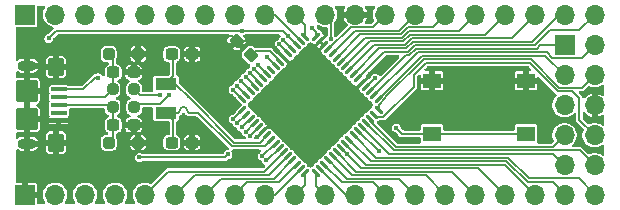
<source format=gbr>
%TF.GenerationSoftware,KiCad,Pcbnew,9.0.2*%
%TF.CreationDate,2025-06-23T15:22:55-04:00*%
%TF.ProjectId,Pro600_CPU_Upgrade,50726f36-3030-45f4-9350-555f55706772,rev?*%
%TF.SameCoordinates,Original*%
%TF.FileFunction,Copper,L1,Top*%
%TF.FilePolarity,Positive*%
%FSLAX46Y46*%
G04 Gerber Fmt 4.6, Leading zero omitted, Abs format (unit mm)*
G04 Created by KiCad (PCBNEW 9.0.2) date 2025-06-23 15:22:55*
%MOMM*%
%LPD*%
G01*
G04 APERTURE LIST*
G04 Aperture macros list*
%AMRoundRect*
0 Rectangle with rounded corners*
0 $1 Rounding radius*
0 $2 $3 $4 $5 $6 $7 $8 $9 X,Y pos of 4 corners*
0 Add a 4 corners polygon primitive as box body*
4,1,4,$2,$3,$4,$5,$6,$7,$8,$9,$2,$3,0*
0 Add four circle primitives for the rounded corners*
1,1,$1+$1,$2,$3*
1,1,$1+$1,$4,$5*
1,1,$1+$1,$6,$7*
1,1,$1+$1,$8,$9*
0 Add four rect primitives between the rounded corners*
20,1,$1+$1,$2,$3,$4,$5,0*
20,1,$1+$1,$4,$5,$6,$7,0*
20,1,$1+$1,$6,$7,$8,$9,0*
20,1,$1+$1,$8,$9,$2,$3,0*%
%AMRotRect*
0 Rectangle, with rotation*
0 The origin of the aperture is its center*
0 $1 length*
0 $2 width*
0 $3 Rotation angle, in degrees counterclockwise*
0 Add horizontal line*
21,1,$1,$2,0,0,$3*%
%AMFreePoly0*
4,1,14,0.355806,0.106694,0.419194,0.043306,0.437500,-0.000888,0.437500,-0.062500,0.419194,-0.106694,0.375000,-0.125000,-0.375000,-0.125000,-0.419194,-0.106694,-0.437500,-0.062500,-0.437500,0.062500,-0.419194,0.106694,-0.375000,0.125000,0.311612,0.125000,0.355806,0.106694,0.355806,0.106694,$1*%
%AMFreePoly1*
4,1,14,0.419194,0.106694,0.437500,0.062500,0.437500,0.000888,0.419194,-0.043306,0.355806,-0.106694,0.311612,-0.125000,-0.375000,-0.125000,-0.419194,-0.106694,-0.437500,-0.062500,-0.437500,0.062500,-0.419194,0.106694,-0.375000,0.125000,0.375000,0.125000,0.419194,0.106694,0.419194,0.106694,$1*%
%AMFreePoly2*
4,1,14,0.106694,0.419194,0.125000,0.375000,0.125000,-0.375000,0.106694,-0.419194,0.062500,-0.437500,-0.062500,-0.437500,-0.106694,-0.419194,-0.125000,-0.375000,-0.125000,0.311612,-0.106694,0.355806,-0.043306,0.419194,0.000888,0.437500,0.062500,0.437500,0.106694,0.419194,0.106694,0.419194,$1*%
%AMFreePoly3*
4,1,14,0.043306,0.419194,0.106694,0.355806,0.125000,0.311612,0.125000,-0.375000,0.106694,-0.419194,0.062500,-0.437500,-0.062500,-0.437500,-0.106694,-0.419194,-0.125000,-0.375000,-0.125000,0.375000,-0.106694,0.419194,-0.062500,0.437500,-0.000888,0.437500,0.043306,0.419194,0.043306,0.419194,$1*%
%AMFreePoly4*
4,1,14,0.419194,0.106694,0.437500,0.062500,0.437500,-0.062500,0.419194,-0.106694,0.375000,-0.125000,-0.311612,-0.125000,-0.355806,-0.106694,-0.419194,-0.043306,-0.437500,0.000888,-0.437500,0.062500,-0.419194,0.106694,-0.375000,0.125000,0.375000,0.125000,0.419194,0.106694,0.419194,0.106694,$1*%
%AMFreePoly5*
4,1,14,0.419194,0.106694,0.437500,0.062500,0.437500,-0.062500,0.419194,-0.106694,0.375000,-0.125000,-0.375000,-0.125000,-0.419194,-0.106694,-0.437500,-0.062500,-0.437500,-0.000888,-0.419194,0.043306,-0.355806,0.106694,-0.311612,0.125000,0.375000,0.125000,0.419194,0.106694,0.419194,0.106694,$1*%
%AMFreePoly6*
4,1,14,0.106694,0.419194,0.125000,0.375000,0.125000,-0.311612,0.106694,-0.355806,0.043306,-0.419194,-0.000888,-0.437500,-0.062500,-0.437500,-0.106694,-0.419194,-0.125000,-0.375000,-0.125000,0.375000,-0.106694,0.419194,-0.062500,0.437500,0.062500,0.437500,0.106694,0.419194,0.106694,0.419194,$1*%
%AMFreePoly7*
4,1,14,0.106694,0.419194,0.125000,0.375000,0.125000,-0.375000,0.106694,-0.419194,0.062500,-0.437500,0.000888,-0.437500,-0.043306,-0.419194,-0.106694,-0.355806,-0.125000,-0.311612,-0.125000,0.375000,-0.106694,0.419194,-0.062500,0.437500,0.062500,0.437500,0.106694,0.419194,0.106694,0.419194,$1*%
G04 Aperture macros list end*
%TA.AperFunction,HeatsinkPad*%
%ADD10O,1.600000X0.900000*%
%TD*%
%TA.AperFunction,SMDPad,CuDef*%
%ADD11RoundRect,0.250000X-0.450000X0.550000X-0.450000X-0.550000X0.450000X-0.550000X0.450000X0.550000X0*%
%TD*%
%TA.AperFunction,SMDPad,CuDef*%
%ADD12RoundRect,0.250000X-0.700000X0.700000X-0.700000X-0.700000X0.700000X-0.700000X0.700000X0.700000X0*%
%TD*%
%TA.AperFunction,SMDPad,CuDef*%
%ADD13RoundRect,0.100000X-0.575000X0.100000X-0.575000X-0.100000X0.575000X-0.100000X0.575000X0.100000X0*%
%TD*%
%TA.AperFunction,ComponentPad*%
%ADD14R,1.700000X1.700000*%
%TD*%
%TA.AperFunction,ComponentPad*%
%ADD15O,1.700000X1.700000*%
%TD*%
%TA.AperFunction,SMDPad,CuDef*%
%ADD16RoundRect,0.237500X-0.250000X-0.237500X0.250000X-0.237500X0.250000X0.237500X-0.250000X0.237500X0*%
%TD*%
%TA.AperFunction,SMDPad,CuDef*%
%ADD17R,1.800000X1.000000*%
%TD*%
%TA.AperFunction,SMDPad,CuDef*%
%ADD18R,1.550000X1.300000*%
%TD*%
%TA.AperFunction,SMDPad,CuDef*%
%ADD19RoundRect,0.250000X0.250000X0.250000X-0.250000X0.250000X-0.250000X-0.250000X0.250000X-0.250000X0*%
%TD*%
%TA.AperFunction,SMDPad,CuDef*%
%ADD20FreePoly0,315.000000*%
%TD*%
%TA.AperFunction,SMDPad,CuDef*%
%ADD21RoundRect,0.062500X-0.309359X0.220971X0.220971X-0.309359X0.309359X-0.220971X-0.220971X0.309359X0*%
%TD*%
%TA.AperFunction,SMDPad,CuDef*%
%ADD22FreePoly1,315.000000*%
%TD*%
%TA.AperFunction,SMDPad,CuDef*%
%ADD23FreePoly2,315.000000*%
%TD*%
%TA.AperFunction,SMDPad,CuDef*%
%ADD24RoundRect,0.062500X-0.309359X-0.220971X-0.220971X-0.309359X0.309359X0.220971X0.220971X0.309359X0*%
%TD*%
%TA.AperFunction,SMDPad,CuDef*%
%ADD25FreePoly3,315.000000*%
%TD*%
%TA.AperFunction,SMDPad,CuDef*%
%ADD26FreePoly4,315.000000*%
%TD*%
%TA.AperFunction,SMDPad,CuDef*%
%ADD27FreePoly5,315.000000*%
%TD*%
%TA.AperFunction,SMDPad,CuDef*%
%ADD28FreePoly6,315.000000*%
%TD*%
%TA.AperFunction,SMDPad,CuDef*%
%ADD29FreePoly7,315.000000*%
%TD*%
%TA.AperFunction,HeatsinkPad*%
%ADD30RotRect,7.500000X7.500000X315.000000*%
%TD*%
%TA.AperFunction,SMDPad,CuDef*%
%ADD31RoundRect,0.237500X-0.380070X0.044194X0.044194X-0.380070X0.380070X-0.044194X-0.044194X0.380070X0*%
%TD*%
%TA.AperFunction,SMDPad,CuDef*%
%ADD32RoundRect,0.237500X0.300000X0.237500X-0.300000X0.237500X-0.300000X-0.237500X0.300000X-0.237500X0*%
%TD*%
%TA.AperFunction,SMDPad,CuDef*%
%ADD33RoundRect,0.237500X-0.300000X-0.237500X0.300000X-0.237500X0.300000X0.237500X-0.300000X0.237500X0*%
%TD*%
%TA.AperFunction,ViaPad*%
%ADD34C,0.400000*%
%TD*%
%TA.AperFunction,Conductor*%
%ADD35C,0.200000*%
%TD*%
G04 APERTURE END LIST*
D10*
%TO.P,J5,6,Shield*%
%TO.N,GND*%
X52250000Y-37599999D03*
D11*
X54700000Y-37500000D03*
D12*
X52250000Y-35500000D03*
X52250000Y-33100000D03*
D11*
X54700000Y-31100000D03*
D10*
X52250000Y-31000001D03*
D13*
%TO.P,J5,5,GND*%
X54925000Y-35600000D03*
%TO.P,J5,4,ID*%
%TO.N,unconnected-(J5-ID-Pad4)*%
X54925000Y-34950000D03*
%TO.P,J5,3,D+*%
%TO.N,/USB_D_P*%
X54925001Y-34300000D03*
%TO.P,J5,2,D-*%
%TO.N,/USB_D_N*%
X54925000Y-33650000D03*
%TO.P,J5,1,VBUS*%
%TO.N,/+VBus_Conn*%
X54925000Y-33000000D03*
%TD*%
D14*
%TO.P,J4,1,Pin_1*%
%TO.N,/A0*%
X97750000Y-29250000D03*
D15*
%TO.P,J4,2,Pin_2*%
%TO.N,/A1*%
X100290000Y-29250000D03*
%TO.P,J4,3,Pin_3*%
%TO.N,/A2*%
X97750000Y-31790000D03*
%TO.P,J4,4,Pin_4*%
%TO.N,/A3*%
X100290000Y-31790000D03*
%TO.P,J4,5,Pin_5*%
%TO.N,/E2*%
X97750000Y-34329999D03*
%TO.P,J4,6,Pin_6*%
%TO.N,GND*%
X100290000Y-34330000D03*
%TO.P,J4,7,Pin_7*%
%TO.N,/A5*%
X97750000Y-36870000D03*
%TO.P,J4,8,Pin_8*%
%TO.N,/A4*%
X100290000Y-36870000D03*
%TO.P,J4,9,Pin_9*%
%TO.N,/A7*%
X97750000Y-39410000D03*
%TO.P,J4,10,Pin_10*%
%TO.N,/A6*%
X100290000Y-39410000D03*
%TD*%
D16*
%TO.P,R3,1*%
%TO.N,/USB_D_P*%
X59484500Y-34500000D03*
%TO.P,R3,2*%
%TO.N,/USB_T_D_P*%
X61309500Y-34500000D03*
%TD*%
D17*
%TO.P,Y1,1,1*%
%TO.N,/XTAL_P*%
X64000000Y-34999999D03*
%TO.P,Y1,2,2*%
%TO.N,/XTAL_N*%
X64000000Y-32500001D03*
%TD*%
D18*
%TO.P,SW1,1,1*%
%TO.N,GND*%
X86525000Y-32250000D03*
X94475000Y-32250000D03*
%TO.P,SW1,2,2*%
%TO.N,/RESET*%
X86525000Y-36750000D03*
X94475000Y-36750000D03*
%TD*%
D15*
%TO.P,J3,21,Pin_20*%
%TO.N,/F7*%
X100330000Y-26670000D03*
%TO.P,J3,22,Pin_19*%
%TO.N,/F6*%
X97790000Y-26670000D03*
%TO.P,J3,23,Pin_18*%
%TO.N,/F5*%
X95250000Y-26670000D03*
%TO.P,J3,24,Pin_17*%
%TO.N,/F4*%
X92710000Y-26670000D03*
%TO.P,J3,25,Pin_16*%
%TO.N,/F3*%
X90170000Y-26670000D03*
%TO.P,J3,26,Pin_15*%
%TO.N,/F2*%
X87630000Y-26670000D03*
%TO.P,J3,27,Pin_14*%
%TO.N,/F1*%
X85090000Y-26670000D03*
%TO.P,J3,28,Pin_13*%
%TO.N,/F0*%
X82550000Y-26670000D03*
%TO.P,J3,29,Pin_12*%
%TO.N,GND*%
X80010000Y-26670000D03*
%TO.P,J3,30,Pin_11*%
%TO.N,/E5*%
X77470000Y-26670000D03*
%TO.P,J3,31,Pin_10*%
%TO.N,/E6*%
X74930000Y-26670000D03*
%TO.P,J3,32,Pin_9*%
%TO.N,/E7*%
X72390000Y-26670000D03*
%TO.P,J3,33,Pin_8*%
%TO.N,/B0*%
X69850000Y-26670000D03*
%TO.P,J3,34,Pin_7*%
%TO.N,/B1*%
X67310000Y-26670000D03*
%TO.P,J3,35,Pin_6*%
%TO.N,/B2*%
X64770000Y-26670000D03*
%TO.P,J3,36,Pin_5*%
%TO.N,/B3*%
X62230000Y-26670000D03*
%TO.P,J3,37,Pin_4*%
%TO.N,/B4*%
X59690000Y-26670000D03*
%TO.P,J3,38,Pin_3*%
%TO.N,/B5*%
X57150000Y-26670000D03*
%TO.P,J3,39,Pin_2*%
%TO.N,/B6*%
X54610000Y-26670000D03*
D14*
%TO.P,J3,40,Pin_1*%
%TO.N,+5V*%
X52070000Y-26670000D03*
%TD*%
D19*
%TO.P,D2,1,A1*%
%TO.N,GND*%
X61647000Y-37500000D03*
%TO.P,D2,2,A2*%
%TO.N,/USB_D_P*%
X59147000Y-37500000D03*
%TD*%
D20*
%TO.P,U1,1,PE6*%
%TO.N,/E6*%
X75761542Y-28528241D03*
D21*
%TO.P,U1,2,PE7*%
%TO.N,/E7*%
X75407988Y-28881794D03*
%TO.P,U1,3,UVCC*%
%TO.N,+5V*%
X75054435Y-29235348D03*
%TO.P,U1,4,D-*%
%TO.N,/USB_T_D_N*%
X74700882Y-29588901D03*
%TO.P,U1,5,D+*%
%TO.N,/USB_T_D_P*%
X74347328Y-29942454D03*
%TO.P,U1,6,UGND*%
%TO.N,GND*%
X73993775Y-30296008D03*
%TO.P,U1,7,UCAP*%
%TO.N,Net-(U1-UCAP)*%
X73640221Y-30649561D03*
%TO.P,U1,8,VBUS*%
%TO.N,+5V*%
X73286668Y-31003115D03*
%TO.P,U1,9,PE3*%
%TO.N,/E3*%
X72933115Y-31356668D03*
%TO.P,U1,10,PB0*%
%TO.N,/B0*%
X72579561Y-31710221D03*
%TO.P,U1,11,PB1*%
%TO.N,/B1*%
X72226008Y-32063775D03*
%TO.P,U1,12,PB2*%
%TO.N,/B2*%
X71872454Y-32417328D03*
%TO.P,U1,13,PB3*%
%TO.N,/B3*%
X71518901Y-32770882D03*
%TO.P,U1,14,PB4*%
%TO.N,/B4*%
X71165348Y-33124435D03*
%TO.P,U1,15,PB5*%
%TO.N,/B5*%
X70811794Y-33477988D03*
D22*
%TO.P,U1,16,PB6*%
%TO.N,/B6*%
X70458241Y-33831542D03*
D23*
%TO.P,U1,17,PB7*%
%TO.N,/B7*%
X70458241Y-34768458D03*
D24*
%TO.P,U1,18,PE4*%
%TO.N,/C4*%
X70811794Y-35122012D03*
%TO.P,U1,19,PE5*%
%TO.N,/E5*%
X71165348Y-35475565D03*
%TO.P,U1,20,~{RESET}*%
%TO.N,/RESET*%
X71518901Y-35829118D03*
%TO.P,U1,21,VCC*%
%TO.N,+5V*%
X71872454Y-36182672D03*
%TO.P,U1,22,GND*%
%TO.N,GND*%
X72226008Y-36536225D03*
%TO.P,U1,23,XTAL2*%
%TO.N,/XTAL_N*%
X72579561Y-36889779D03*
%TO.P,U1,24,XTAL1*%
%TO.N,/XTAL_P*%
X72933115Y-37243332D03*
%TO.P,U1,25,PD0*%
%TO.N,/D0*%
X73286668Y-37596885D03*
%TO.P,U1,26,PD1*%
%TO.N,/D1*%
X73640221Y-37950439D03*
%TO.P,U1,27,PD2*%
%TO.N,/D2*%
X73993775Y-38303992D03*
%TO.P,U1,28,PD3*%
%TO.N,/D3*%
X74347328Y-38657546D03*
%TO.P,U1,29,PD4*%
%TO.N,/D4*%
X74700882Y-39011099D03*
%TO.P,U1,30,PD5*%
%TO.N,/D5*%
X75054435Y-39364652D03*
%TO.P,U1,31,PD6*%
%TO.N,/D6*%
X75407988Y-39718206D03*
D25*
%TO.P,U1,32,PD7*%
%TO.N,/D7*%
X75761542Y-40071759D03*
D26*
%TO.P,U1,33,PE0*%
%TO.N,+5V*%
X76698458Y-40071759D03*
D21*
%TO.P,U1,34,PE1*%
%TO.N,/E1*%
X77052012Y-39718206D03*
%TO.P,U1,35,PC0*%
%TO.N,/C0*%
X77405565Y-39364652D03*
%TO.P,U1,36,PC1*%
%TO.N,/C1*%
X77759118Y-39011099D03*
%TO.P,U1,37,PC2*%
%TO.N,/C2*%
X78112672Y-38657546D03*
%TO.P,U1,38,PC3*%
%TO.N,/C3*%
X78466225Y-38303992D03*
%TO.P,U1,39,PC4*%
%TO.N,/C4*%
X78819779Y-37950439D03*
%TO.P,U1,40,PC5*%
%TO.N,/C5*%
X79173332Y-37596885D03*
%TO.P,U1,41,PC6*%
%TO.N,/C6*%
X79526885Y-37243332D03*
%TO.P,U1,42,PC7*%
%TO.N,/C7*%
X79880439Y-36889779D03*
%TO.P,U1,43,PE2/~{HWB}*%
%TO.N,/E2*%
X80233992Y-36536225D03*
%TO.P,U1,44,PA7*%
%TO.N,/A7*%
X80587546Y-36182672D03*
%TO.P,U1,45,PA6*%
%TO.N,/A6*%
X80941099Y-35829118D03*
%TO.P,U1,46,PA5*%
%TO.N,/A5*%
X81294652Y-35475565D03*
%TO.P,U1,47,PA4*%
%TO.N,/A4*%
X81648206Y-35122012D03*
D27*
%TO.P,U1,48,PA3*%
%TO.N,/A3*%
X82001759Y-34768458D03*
D28*
%TO.P,U1,49,PA2*%
%TO.N,/A2*%
X82001759Y-33831542D03*
D24*
%TO.P,U1,50,PA1*%
%TO.N,/A1*%
X81648206Y-33477988D03*
%TO.P,U1,51,PA0*%
%TO.N,/A0*%
X81294652Y-33124435D03*
%TO.P,U1,52,VCC*%
%TO.N,+5V*%
X80941099Y-32770882D03*
%TO.P,U1,53,GND*%
%TO.N,GND*%
X80587546Y-32417328D03*
%TO.P,U1,54,PF7*%
%TO.N,/F7*%
X80233992Y-32063775D03*
%TO.P,U1,55,PF6*%
%TO.N,/F6*%
X79880439Y-31710221D03*
%TO.P,U1,56,PF5*%
%TO.N,/F5*%
X79526885Y-31356668D03*
%TO.P,U1,57,PF4*%
%TO.N,/F4*%
X79173332Y-31003115D03*
%TO.P,U1,58,PF3*%
%TO.N,/F3*%
X78819779Y-30649561D03*
%TO.P,U1,59,PF2*%
%TO.N,/F2*%
X78466225Y-30296008D03*
%TO.P,U1,60,PF1*%
%TO.N,/F1*%
X78112672Y-29942454D03*
%TO.P,U1,61,PF0*%
%TO.N,/F0*%
X77759118Y-29588901D03*
%TO.P,U1,62,AREF*%
%TO.N,GND*%
X77405565Y-29235348D03*
%TO.P,U1,63,GND*%
X77052012Y-28881794D03*
D29*
%TO.P,U1,64,AVCC*%
%TO.N,+5V*%
X76698458Y-28528241D03*
D30*
%TO.P,U1,65,GND*%
%TO.N,GND*%
X76230000Y-34300000D03*
%TD*%
D31*
%TO.P,C9,1*%
%TO.N,GND*%
X69980240Y-28880240D03*
%TO.P,C9,2*%
%TO.N,Net-(U1-UCAP)*%
X71200000Y-30100000D03*
%TD*%
D32*
%TO.P,C2,1*%
%TO.N,GND*%
X66225002Y-30000000D03*
%TO.P,C2,2*%
%TO.N,/XTAL_N*%
X64500000Y-30000000D03*
%TD*%
D33*
%TO.P,C4,1*%
%TO.N,/USB_D_P*%
X59534500Y-36000000D03*
%TO.P,C4,2*%
%TO.N,GND*%
X61259500Y-36000000D03*
%TD*%
D19*
%TO.P,D1,1,A1*%
%TO.N,GND*%
X61647000Y-30000000D03*
%TO.P,D1,2,A2*%
%TO.N,/USB_D_N*%
X59147000Y-30000000D03*
%TD*%
D33*
%TO.P,C3,1*%
%TO.N,/USB_D_N*%
X59534500Y-31553000D03*
%TO.P,C3,2*%
%TO.N,GND*%
X61259500Y-31553000D03*
%TD*%
D14*
%TO.P,J2,1,Pin_1*%
%TO.N,GND*%
X52070000Y-41910000D03*
D15*
%TO.P,J2,2,Pin_2*%
%TO.N,/B7*%
X54610000Y-41910000D03*
%TO.P,J2,3,Pin_3*%
%TO.N,/D0*%
X57150000Y-41910000D03*
%TO.P,J2,4,Pin_4*%
%TO.N,/D1*%
X59690000Y-41910000D03*
%TO.P,J2,5,Pin_5*%
%TO.N,/D2*%
X62230000Y-41910000D03*
%TO.P,J2,6,Pin_6*%
%TO.N,/D3*%
X64770000Y-41910000D03*
%TO.P,J2,7,Pin_7*%
%TO.N,/D4*%
X67310000Y-41910000D03*
%TO.P,J2,8,Pin_8*%
%TO.N,/D5*%
X69850000Y-41910000D03*
%TO.P,J2,9,Pin_9*%
%TO.N,/D6*%
X72390000Y-41910000D03*
%TO.P,J2,10,Pin_10*%
%TO.N,/D7*%
X74930000Y-41910000D03*
%TO.P,J2,11,Pin_11*%
%TO.N,+5V*%
X77470000Y-41910000D03*
%TO.P,J2,12,Pin_12*%
%TO.N,/E1*%
X80010000Y-41910000D03*
%TO.P,J2,13,Pin_13*%
%TO.N,/C0*%
X82550000Y-41910000D03*
%TO.P,J2,14,Pin_14*%
%TO.N,/C1*%
X85090000Y-41910000D03*
%TO.P,J2,15,Pin_15*%
%TO.N,/C2*%
X87630000Y-41910000D03*
%TO.P,J2,16,Pin_16*%
%TO.N,/C3*%
X90170000Y-41910000D03*
%TO.P,J2,17,Pin_17*%
%TO.N,/C4*%
X92710000Y-41910000D03*
%TO.P,J2,18,Pin_18*%
%TO.N,/C5*%
X95250000Y-41910000D03*
%TO.P,J2,19,Pin_19*%
%TO.N,/C6*%
X97790000Y-41910000D03*
%TO.P,J2,20,Pin_20*%
%TO.N,/C7*%
X100330000Y-41910000D03*
%TD*%
D16*
%TO.P,R4,1*%
%TO.N,/USB_D_N*%
X59484500Y-33000000D03*
%TO.P,R4,2*%
%TO.N,/USB_T_D_N*%
X61309500Y-33000000D03*
%TD*%
D32*
%TO.P,C1,1*%
%TO.N,GND*%
X66225002Y-37500000D03*
%TO.P,C1,2*%
%TO.N,/XTAL_P*%
X64500000Y-37500000D03*
%TD*%
D34*
%TO.N,GND*%
X85000000Y-33900000D03*
X73237117Y-29511554D03*
X83500000Y-35250000D03*
X81317386Y-31722047D03*
X69200000Y-28500000D03*
X71792890Y-38292890D03*
%TO.N,+5V*%
X70400000Y-28058017D03*
X76400000Y-27800000D03*
X71127886Y-36900000D03*
X54075000Y-28675000D03*
X61750000Y-38750000D03*
X69250000Y-38500000D03*
X74323432Y-28478492D03*
X72530091Y-30218744D03*
X81697031Y-32047427D03*
%TO.N,/+VBus_Conn*%
X58250000Y-32000000D03*
%TO.N,/D0*%
X72146445Y-38646445D03*
%TO.N,/D1*%
X72500000Y-39000000D03*
%TO.N,/C4*%
X79309670Y-38440330D03*
X70053555Y-35853555D03*
%TO.N,/B7*%
X69700000Y-35500000D03*
%TO.N,/E2*%
X82000000Y-38250000D03*
%TO.N,/USB_T_D_P*%
X64250000Y-33500000D03*
X73591567Y-29158896D03*
%TO.N,/USB_T_D_N*%
X73944606Y-28804825D03*
X63500000Y-33500000D03*
%TO.N,/RESET*%
X70760665Y-36560665D03*
X83500000Y-36250000D03*
%TO.N,/B4*%
X70385780Y-32314220D03*
%TO.N,/E5*%
X70407110Y-36207110D03*
X77956600Y-28743400D03*
%TO.N,/B0*%
X71800000Y-30900000D03*
%TO.N,/B5*%
X70032225Y-32667775D03*
%TO.N,/B3*%
X70739335Y-31960665D03*
%TO.N,/B2*%
X71092890Y-31607110D03*
%TO.N,/B6*%
X69678670Y-33021330D03*
%TO.N,/B1*%
X71446445Y-31253555D03*
%TD*%
D35*
%TO.N,/USB_D_P*%
X59484500Y-34500000D02*
X59284500Y-34300000D01*
X59284500Y-34300000D02*
X54925001Y-34300000D01*
%TO.N,/USB_D_N*%
X59484500Y-33000000D02*
X58834500Y-33650000D01*
X58834500Y-33650000D02*
X54925000Y-33650000D01*
%TO.N,/+VBus_Conn*%
X58250000Y-32000000D02*
X58000000Y-32000000D01*
X58000000Y-32000000D02*
X57000000Y-33000000D01*
X57000000Y-33000000D02*
X54925000Y-33000000D01*
%TO.N,GND*%
X77052012Y-28881794D02*
X77052012Y-28881795D01*
X69600000Y-28500000D02*
X69980240Y-28880240D01*
X80587546Y-32417328D02*
X80622105Y-32417328D01*
X80587546Y-32417328D02*
X80618222Y-32417328D01*
X77052012Y-28881795D02*
X77405565Y-29235348D01*
X74096008Y-30296008D02*
X76230000Y-32430000D01*
X78704874Y-34300000D02*
X76230000Y-34300000D01*
X73993775Y-30268212D02*
X73237117Y-29511554D01*
X72605803Y-28880240D02*
X73237117Y-29511554D01*
X72226008Y-36536225D02*
X74462233Y-34300000D01*
X80587546Y-32417328D02*
X78704874Y-34300000D01*
X76230000Y-30410913D02*
X77405565Y-29235348D01*
X76230000Y-34300000D02*
X76230000Y-30410913D01*
X76230000Y-32430000D02*
X76230000Y-34300000D01*
X80622105Y-32417328D02*
X81317386Y-31722047D01*
X73993775Y-30296008D02*
X74096008Y-30296008D01*
X73993775Y-30296008D02*
X73993775Y-30268212D01*
X69660480Y-29200000D02*
X69980240Y-28880240D01*
X69200000Y-28500000D02*
X69600000Y-28500000D01*
X69980240Y-28880240D02*
X72605803Y-28880240D01*
X74462233Y-34300000D02*
X76230000Y-34300000D01*
%TO.N,/XTAL_P*%
X66750000Y-35000000D02*
X69551000Y-37801000D01*
X65187584Y-34760000D02*
X65187584Y-34744476D01*
X72375447Y-37801000D02*
X72933115Y-37243332D01*
X64612501Y-37500000D02*
X64612501Y-35612500D01*
X65427584Y-34504476D02*
X65547584Y-34504476D01*
X65787584Y-34744476D02*
X65787584Y-34760000D01*
X66027584Y-35000000D02*
X66147584Y-35000000D01*
X69551000Y-37801000D02*
X72375447Y-37801000D01*
X64000001Y-35000000D02*
X64947584Y-35000000D01*
X64612501Y-35612500D02*
X64000000Y-34999999D01*
X64000000Y-34999999D02*
X64000001Y-35000000D01*
X66147584Y-35000000D02*
X66750000Y-35000000D01*
X65547584Y-34504476D02*
G75*
G02*
X65787624Y-34744476I16J-240024D01*
G01*
X65187584Y-34744476D02*
G75*
G02*
X65427584Y-34504484I240016J-24D01*
G01*
X65787584Y-34760000D02*
G75*
G03*
X66027584Y-35000016I240016J0D01*
G01*
X64947584Y-35000000D02*
G75*
G03*
X65187600Y-34760000I16J240000D01*
G01*
%TO.N,/XTAL_N*%
X71969340Y-37500000D02*
X69750000Y-37500000D01*
X65908550Y-33658550D02*
X65901000Y-33666100D01*
X64750001Y-32500001D02*
X64000000Y-32500001D01*
X64612501Y-30000000D02*
X64612501Y-31887500D01*
X69750000Y-37500000D02*
X66000000Y-33750000D01*
X64612501Y-31887500D02*
X64000000Y-32500001D01*
X66000000Y-33750000D02*
X65908550Y-33658550D01*
X66000000Y-33750000D02*
X64750001Y-32500001D01*
X72579561Y-36889779D02*
X71969340Y-37500000D01*
%TO.N,/USB_D_P*%
X59522000Y-36012500D02*
X59534500Y-36000000D01*
X59484500Y-34500000D02*
X59484500Y-35950000D01*
X59484500Y-35950000D02*
X59534500Y-36000000D01*
X59522000Y-37500000D02*
X59522000Y-36012500D01*
%TO.N,/USB_D_N*%
X59659500Y-31653000D02*
X59709500Y-31603000D01*
X59484500Y-33000000D02*
X59484500Y-31603000D01*
X59522000Y-31540500D02*
X59534500Y-31553000D01*
X59484500Y-31603000D02*
X59534500Y-31553000D01*
X59522000Y-30000000D02*
X59522000Y-31540500D01*
X59647000Y-31653000D02*
X59697000Y-31603000D01*
%TO.N,+5V*%
X73286668Y-31003115D02*
X73286668Y-30975321D01*
X74309544Y-28490456D02*
X75054435Y-29235348D01*
X71845214Y-36182672D02*
X71127886Y-36900000D01*
X76698458Y-28098458D02*
X76698458Y-28528241D01*
X54691983Y-28058017D02*
X70400000Y-28058017D01*
X69000000Y-38750000D02*
X69250000Y-38500000D01*
X76698458Y-41138458D02*
X76698458Y-40071759D01*
X74309544Y-28490456D02*
X74311468Y-28490456D01*
X77470000Y-41910000D02*
X76698458Y-41138458D01*
X61750000Y-38750000D02*
X69000000Y-38750000D01*
X76400000Y-27800000D02*
X76698458Y-28098458D01*
X80973576Y-32770882D02*
X81697031Y-32047427D01*
X73877104Y-28058017D02*
X74309544Y-28490456D01*
X70400000Y-28058017D02*
X73877104Y-28058017D01*
X80941099Y-32770882D02*
X80971778Y-32770882D01*
X74311468Y-28490456D02*
X74323432Y-28478492D01*
X71127886Y-36900000D02*
X71027886Y-37000000D01*
X71872454Y-36182672D02*
X71845214Y-36182672D01*
X73286668Y-30975321D02*
X72530091Y-30218744D01*
X80941099Y-32770882D02*
X80973576Y-32770882D01*
X54075000Y-28675000D02*
X54691983Y-28058017D01*
%TO.N,Net-(U1-UCAP)*%
X73640221Y-30621766D02*
X72884584Y-29866129D01*
X72782579Y-29764124D02*
X71535876Y-29764124D01*
X71535876Y-29764124D02*
X71200000Y-30100000D01*
X72884584Y-29866129D02*
X72782579Y-29764124D01*
X73640221Y-30649561D02*
X73640221Y-30621766D01*
X73640221Y-30649561D02*
X73640221Y-30640221D01*
%TO.N,/C1*%
X79314158Y-40560000D02*
X78577079Y-39822921D01*
X85090000Y-41910000D02*
X83740000Y-40560000D01*
X83740000Y-40560000D02*
X79314158Y-40560000D01*
X77759118Y-39011099D02*
X77765257Y-39011099D01*
X77765257Y-39011099D02*
X78577079Y-39822921D01*
%TO.N,/D0*%
X72146445Y-38646445D02*
X73196005Y-37596885D01*
X73196005Y-37596885D02*
X73286668Y-37596885D01*
%TO.N,/D6*%
X73216194Y-41910000D02*
X75407988Y-39718206D01*
X72390000Y-41910000D02*
X73216194Y-41910000D01*
%TO.N,/D2*%
X73993775Y-38303992D02*
X72337767Y-39960000D01*
X72337767Y-39960000D02*
X64180000Y-39960000D01*
X64180000Y-39960000D02*
X62230000Y-41910000D01*
%TO.N,/C7*%
X81760000Y-38760000D02*
X92948528Y-38760000D01*
X94719264Y-40530736D02*
X98950736Y-40530736D01*
X98950736Y-40530736D02*
X100330000Y-41910000D01*
X92948528Y-38760000D02*
X94719264Y-40530736D01*
X79889779Y-36889779D02*
X81760000Y-38760000D01*
X79880439Y-36889779D02*
X79889779Y-36889779D01*
%TO.N,/C5*%
X79173332Y-37596885D02*
X80936447Y-39360000D01*
X92700000Y-39360000D02*
X95250000Y-41910000D01*
X80936447Y-39360000D02*
X92700000Y-39360000D01*
%TO.N,/D3*%
X72744874Y-40260000D02*
X66420000Y-40260000D01*
X66420000Y-40260000D02*
X64770000Y-41910000D01*
X74347328Y-38657546D02*
X72744874Y-40260000D01*
%TO.N,/E1*%
X77052012Y-39718206D02*
X79243806Y-41910000D01*
X79243806Y-41910000D02*
X80010000Y-41910000D01*
%TO.N,/C3*%
X80122233Y-39960000D02*
X88220000Y-39960000D01*
X88220000Y-39960000D02*
X90170000Y-41910000D01*
X78466225Y-38303992D02*
X80122233Y-39960000D01*
%TO.N,/D7*%
X75761542Y-41078458D02*
X74930000Y-41910000D01*
X75761542Y-40071759D02*
X75761542Y-41078458D01*
%TO.N,/D5*%
X75054435Y-39364652D02*
X75035348Y-39364652D01*
X70900000Y-40860000D02*
X69850000Y-41910000D01*
X73540000Y-40860000D02*
X70900000Y-40860000D01*
X75035348Y-39364652D02*
X73540000Y-40860000D01*
%TO.N,/C2*%
X78118814Y-38657546D02*
X79721268Y-40260000D01*
X85980000Y-40260000D02*
X87630000Y-41910000D01*
X78112672Y-38657546D02*
X78118814Y-38657546D01*
X79721268Y-40260000D02*
X85980000Y-40260000D01*
%TO.N,/D1*%
X72590660Y-39000000D02*
X73640221Y-37950439D01*
X72500000Y-39000000D02*
X72590660Y-39000000D01*
%TO.N,/C0*%
X82550000Y-41910000D02*
X81500000Y-40860000D01*
X77419821Y-39364652D02*
X77405565Y-39364652D01*
X81500000Y-40860000D02*
X78915169Y-40860000D01*
X78915169Y-40860000D02*
X77419821Y-39364652D01*
%TO.N,/C6*%
X94624264Y-40860000D02*
X96740000Y-40860000D01*
X81343553Y-39060000D02*
X92824264Y-39060000D01*
X92824264Y-39060000D02*
X94624264Y-40860000D01*
X96740000Y-40860000D02*
X97790000Y-41910000D01*
X79526885Y-37243332D02*
X81343553Y-39060000D01*
%TO.N,/C4*%
X90460000Y-39660000D02*
X92710000Y-41910000D01*
X70785098Y-35122012D02*
X70053555Y-35853555D01*
X70811794Y-35122012D02*
X70785098Y-35122012D01*
X80529340Y-39660000D02*
X79309670Y-38440330D01*
X78819779Y-37950439D02*
X79309670Y-38440330D01*
X80529340Y-39660000D02*
X90460000Y-39660000D01*
%TO.N,/B7*%
X70431542Y-34768458D02*
X69700000Y-35500000D01*
X70458241Y-34768458D02*
X70431542Y-34768458D01*
%TO.N,/D4*%
X68660000Y-40560000D02*
X67310000Y-41910000D01*
X74700882Y-39011099D02*
X73151981Y-40560000D01*
X73151981Y-40560000D02*
X68660000Y-40560000D01*
%TO.N,/A6*%
X80941099Y-35829118D02*
X80941099Y-35841099D01*
X99040000Y-38160000D02*
X100290000Y-39410000D01*
X83271981Y-38160000D02*
X99040000Y-38160000D01*
X80941099Y-35829118D02*
X83271981Y-38160000D01*
%TO.N,/A3*%
X97315075Y-32840000D02*
X99240000Y-32840000D01*
X85807565Y-30450000D02*
X94925075Y-30450000D01*
X82001759Y-34768458D02*
X82001759Y-34305305D01*
X82001759Y-34305305D02*
X82583238Y-33723826D01*
X94925075Y-30450000D02*
X97315075Y-32840000D01*
X99240000Y-32840000D02*
X100290000Y-31790000D01*
X82583238Y-33674327D02*
X85807565Y-30450000D01*
X82583238Y-33723826D02*
X82583238Y-33674327D01*
%TO.N,/A2*%
X85683301Y-30150000D02*
X96110000Y-30150000D01*
X96110000Y-30150000D02*
X97750000Y-31790000D01*
X82001759Y-33831542D02*
X85683301Y-30150000D01*
%TO.N,/A0*%
X95374264Y-29550000D02*
X95674264Y-29250000D01*
X84299087Y-30120000D02*
X84609848Y-30120000D01*
X84609848Y-30120000D02*
X85179848Y-29550000D01*
X81294652Y-33124435D02*
X84299087Y-30120000D01*
X95674264Y-29250000D02*
X97750000Y-29250000D01*
X85179848Y-29550000D02*
X95374264Y-29550000D01*
%TO.N,/A5*%
X83502312Y-37860000D02*
X96760000Y-37860000D01*
X81294652Y-35652340D02*
X83502312Y-37860000D01*
X81294652Y-35475565D02*
X81294652Y-35652340D01*
X96760000Y-37860000D02*
X97750000Y-36870000D01*
%TO.N,/E2*%
X80286225Y-36536225D02*
X80233992Y-36536225D01*
X82000000Y-38250000D02*
X80286225Y-36536225D01*
%TO.N,/A1*%
X96250000Y-29850000D02*
X96700000Y-30300000D01*
X81648206Y-33477988D02*
X84706194Y-30420000D01*
X85304112Y-29850000D02*
X96250000Y-29850000D01*
X84734112Y-30420000D02*
X85304112Y-29850000D01*
X96700000Y-30300000D02*
X99240000Y-30300000D01*
X84706194Y-30420000D02*
X84734112Y-30420000D01*
X99240000Y-30300000D02*
X100290000Y-29250000D01*
%TO.N,/A7*%
X80587546Y-36182672D02*
X80587546Y-36187546D01*
X80587546Y-36182672D02*
X82864874Y-38460000D01*
X82864874Y-38460000D02*
X96800000Y-38460000D01*
X96800000Y-38460000D02*
X97750000Y-39410000D01*
%TO.N,/A4*%
X82400063Y-35349937D02*
X85000000Y-32750000D01*
X81876131Y-35349937D02*
X82400063Y-35349937D01*
X99000000Y-33750000D02*
X99000000Y-35580000D01*
X81648206Y-35122012D02*
X81876131Y-35349937D01*
X99000000Y-35580000D02*
X100290000Y-36870000D01*
X86000000Y-30750000D02*
X94800811Y-30750000D01*
X85000000Y-32750000D02*
X85000000Y-31750000D01*
X85000000Y-31750000D02*
X86000000Y-30750000D01*
X94800811Y-30750000D02*
X97190811Y-33140000D01*
X98390000Y-33140000D02*
X99000000Y-33750000D01*
X97190811Y-33140000D02*
X98390000Y-33140000D01*
%TO.N,/USB_T_D_P*%
X64250000Y-33500000D02*
X63500000Y-34250000D01*
X74347328Y-29942454D02*
X74347328Y-29914657D01*
X61559500Y-34250000D02*
X61309500Y-34500000D01*
X63500000Y-34250000D02*
X61559500Y-34250000D01*
X74347328Y-29914657D02*
X73591567Y-29158896D01*
%TO.N,/USB_T_D_N*%
X61809500Y-33500000D02*
X61309500Y-33000000D01*
X63500000Y-33500000D02*
X61809500Y-33500000D01*
X74700882Y-29588901D02*
X74700882Y-29561101D01*
X74700882Y-29561101D02*
X73944606Y-28804825D01*
%TO.N,/RESET*%
X94475000Y-36750000D02*
X86525000Y-36750000D01*
X86525000Y-36750000D02*
X84000000Y-36750000D01*
X84000000Y-36750000D02*
X83500000Y-36250000D01*
X71492212Y-35829118D02*
X70760665Y-36560665D01*
X71518901Y-35829118D02*
X71492212Y-35829118D01*
%TO.N,/F3*%
X80849340Y-28620000D02*
X83988528Y-28620000D01*
X78819779Y-30649561D02*
X80849340Y-28620000D01*
X88790000Y-28050000D02*
X90170000Y-26670000D01*
X84558528Y-28050000D02*
X88790000Y-28050000D01*
X83988528Y-28620000D02*
X84558528Y-28050000D01*
%TO.N,/B4*%
X71165348Y-33124435D02*
X71165348Y-33093788D01*
X71165348Y-33124435D02*
X71165348Y-33079286D01*
X71165348Y-33093788D02*
X70385780Y-32314220D01*
%TO.N,/F6*%
X84361320Y-29520000D02*
X84931320Y-28950000D01*
X84931320Y-28950000D02*
X95002462Y-28950000D01*
X82070660Y-29520000D02*
X84361320Y-29520000D01*
X97282462Y-26670000D02*
X97790000Y-26670000D01*
X95002462Y-28950000D02*
X97282462Y-26670000D01*
X79880439Y-31710221D02*
X82070660Y-29520000D01*
%TO.N,/F0*%
X81500000Y-27720000D02*
X79628019Y-27720000D01*
X82550000Y-26670000D02*
X81500000Y-27720000D01*
X79628019Y-27720000D02*
X77759118Y-29588901D01*
%TO.N,/F4*%
X84112792Y-28920000D02*
X84682792Y-28350000D01*
X81256447Y-28920000D02*
X84112792Y-28920000D01*
X79173332Y-31003115D02*
X81256447Y-28920000D01*
X84682792Y-28350000D02*
X91030000Y-28350000D01*
X91030000Y-28350000D02*
X92710000Y-26670000D01*
%TO.N,/E5*%
X77956600Y-27156600D02*
X77470000Y-26670000D01*
X77956600Y-28743400D02*
X77956600Y-27156600D01*
X71165348Y-35475565D02*
X71138655Y-35475565D01*
X71138655Y-35475565D02*
X70407110Y-36207110D01*
%TO.N,/F1*%
X78112672Y-29942454D02*
X80035126Y-28020000D01*
X80035126Y-28020000D02*
X83740000Y-28020000D01*
X83740000Y-28020000D02*
X85090000Y-26670000D01*
%TO.N,/B0*%
X72579561Y-31679561D02*
X71800000Y-30900000D01*
X72579561Y-31710221D02*
X72579561Y-31679561D01*
%TO.N,/F7*%
X80233992Y-32063775D02*
X82477767Y-29820000D01*
X84485584Y-29820000D02*
X85055584Y-29250000D01*
X99000000Y-28000000D02*
X100330000Y-26670000D01*
X96500000Y-28000000D02*
X99000000Y-28000000D01*
X95250000Y-29250000D02*
X96500000Y-28000000D01*
X85055584Y-29250000D02*
X95250000Y-29250000D01*
X82477767Y-29820000D02*
X84485584Y-29820000D01*
%TO.N,/E3*%
X72933115Y-31356668D02*
X72933115Y-31328750D01*
%TO.N,/F2*%
X78466225Y-30296008D02*
X80442233Y-28320000D01*
X84464264Y-27720000D02*
X86580000Y-27720000D01*
X83864264Y-28320000D02*
X84464264Y-27720000D01*
X86580000Y-27720000D02*
X87630000Y-26670000D01*
X80442233Y-28320000D02*
X83864264Y-28320000D01*
%TO.N,/B5*%
X70811794Y-33477988D02*
X70811794Y-33447344D01*
X70811794Y-33447344D02*
X70032225Y-32667775D01*
%TO.N,/B3*%
X71518901Y-32740231D02*
X70739335Y-31960665D01*
X71518901Y-32770882D02*
X71518901Y-32740231D01*
X71518901Y-32732830D02*
X71518901Y-32770882D01*
%TO.N,/B2*%
X71872454Y-32386674D02*
X71092890Y-31607110D01*
X71872454Y-32417328D02*
X71872454Y-32386674D01*
%TO.N,/B6*%
X70458241Y-33831542D02*
X70458241Y-33800901D01*
X70458241Y-33800901D02*
X69678670Y-33021330D01*
%TO.N,/E7*%
X75407988Y-28881794D02*
X73196194Y-26670000D01*
X73196194Y-26670000D02*
X72390000Y-26670000D01*
%TO.N,/E6*%
X75761542Y-27501542D02*
X74930000Y-26670000D01*
X75761542Y-28528241D02*
X75761542Y-27501542D01*
%TO.N,/F5*%
X79526885Y-31356668D02*
X80033553Y-30850000D01*
X81630000Y-29220000D02*
X84237056Y-29220000D01*
X80033553Y-30850000D02*
X80033553Y-30816447D01*
X93270000Y-28650000D02*
X95250000Y-26670000D01*
X84807056Y-28650000D02*
X93270000Y-28650000D01*
X84237056Y-29220000D02*
X84807056Y-28650000D01*
X80033553Y-30816447D02*
X81630000Y-29220000D01*
%TO.N,/B1*%
X72226008Y-32033118D02*
X71446445Y-31253555D01*
X72226008Y-32063775D02*
X72226008Y-32033118D01*
%TD*%
%TA.AperFunction,Conductor*%
%TO.N,GND*%
G36*
X53725856Y-25920185D02*
G01*
X53771611Y-25972989D01*
X53781555Y-26042147D01*
X53761919Y-26093390D01*
X53701220Y-26184232D01*
X53701212Y-26184247D01*
X53623909Y-26370872D01*
X53623907Y-26370880D01*
X53584500Y-26568992D01*
X53584500Y-26771007D01*
X53623907Y-26969119D01*
X53623909Y-26969127D01*
X53701212Y-27155752D01*
X53701217Y-27155762D01*
X53813441Y-27323718D01*
X53956281Y-27466558D01*
X54124237Y-27578782D01*
X54124241Y-27578784D01*
X54124244Y-27578786D01*
X54310873Y-27656091D01*
X54358543Y-27665573D01*
X54411490Y-27676105D01*
X54473401Y-27708489D01*
X54507975Y-27769205D01*
X54504236Y-27838974D01*
X54474980Y-27885403D01*
X54096003Y-28264381D01*
X54034680Y-28297866D01*
X54026053Y-28299369D01*
X53993283Y-28308149D01*
X53930062Y-28325090D01*
X53930060Y-28325091D01*
X53930059Y-28325091D01*
X53844436Y-28374526D01*
X53774526Y-28444436D01*
X53725091Y-28530059D01*
X53725091Y-28530060D01*
X53725090Y-28530062D01*
X53699500Y-28625565D01*
X53699500Y-28724435D01*
X53725090Y-28819938D01*
X53774525Y-28905562D01*
X53844438Y-28975475D01*
X53930062Y-29024910D01*
X54025565Y-29050500D01*
X54025567Y-29050500D01*
X54124432Y-29050500D01*
X54124435Y-29050500D01*
X54219938Y-29024910D01*
X54305562Y-28975475D01*
X54375475Y-28905562D01*
X54424910Y-28819938D01*
X54450500Y-28724435D01*
X54450500Y-28724432D01*
X54452603Y-28716584D01*
X54454122Y-28716991D01*
X54478619Y-28661604D01*
X54485593Y-28654021D01*
X54769781Y-28369833D01*
X54831103Y-28336351D01*
X54857461Y-28333517D01*
X69241187Y-28333517D01*
X69308226Y-28353202D01*
X69353981Y-28406006D01*
X69363925Y-28475164D01*
X69334900Y-28538720D01*
X69328868Y-28545198D01*
X69296975Y-28577090D01*
X69296970Y-28577095D01*
X69241582Y-28653331D01*
X69202670Y-28773086D01*
X69202670Y-28899005D01*
X69241582Y-29018760D01*
X69296970Y-29094996D01*
X69354450Y-29152476D01*
X69715782Y-28791144D01*
X69777105Y-28757659D01*
X69846797Y-28762643D01*
X69891144Y-28791144D01*
X69980240Y-28880240D01*
X70069336Y-28791144D01*
X70130659Y-28757659D01*
X70200351Y-28762643D01*
X70244698Y-28791144D01*
X70650224Y-29196670D01*
X70663504Y-29183389D01*
X70663509Y-29183384D01*
X70718897Y-29107148D01*
X70757809Y-28987393D01*
X70757810Y-28987390D01*
X70757810Y-28861477D01*
X70757809Y-28861474D01*
X70718897Y-28741719D01*
X70663509Y-28665483D01*
X70571093Y-28573067D01*
X70559601Y-28552021D01*
X70544457Y-28533424D01*
X70543159Y-28521910D01*
X70537608Y-28511744D01*
X70539318Y-28487825D01*
X70536633Y-28463994D01*
X70541765Y-28453607D01*
X70542592Y-28442052D01*
X70556963Y-28422854D01*
X70567588Y-28401355D01*
X70581231Y-28390436D01*
X70584464Y-28386119D01*
X70594956Y-28379069D01*
X70595823Y-28378548D01*
X70630562Y-28358492D01*
X70632553Y-28356500D01*
X70641384Y-28351200D01*
X70668629Y-28344097D01*
X70694893Y-28333946D01*
X70705202Y-28333517D01*
X73585515Y-28333517D01*
X73652554Y-28353202D01*
X73698309Y-28406006D01*
X73708253Y-28475164D01*
X73679228Y-28538720D01*
X73673196Y-28545198D01*
X73644132Y-28574261D01*
X73594697Y-28659884D01*
X73594696Y-28659886D01*
X73594696Y-28659887D01*
X73586865Y-28689115D01*
X73581637Y-28708625D01*
X73545271Y-28768285D01*
X73493956Y-28796304D01*
X73478681Y-28800397D01*
X73446627Y-28808986D01*
X73446626Y-28808987D01*
X73361003Y-28858422D01*
X73291093Y-28928332D01*
X73241658Y-29013955D01*
X73241658Y-29013956D01*
X73241657Y-29013958D01*
X73216067Y-29109461D01*
X73216067Y-29208331D01*
X73241657Y-29303834D01*
X73241658Y-29303835D01*
X73241658Y-29303836D01*
X73254904Y-29326778D01*
X73291092Y-29389458D01*
X73361005Y-29459371D01*
X73446629Y-29508806D01*
X73542132Y-29534396D01*
X73542135Y-29534396D01*
X73549983Y-29536499D01*
X73549575Y-29538019D01*
X73561972Y-29543502D01*
X73584316Y-29548363D01*
X73600708Y-29560634D01*
X73604963Y-29562516D01*
X73612570Y-29569514D01*
X73659549Y-29616493D01*
X73693034Y-29677816D01*
X73688050Y-29747508D01*
X73666854Y-29775821D01*
X73665375Y-29790831D01*
X74082163Y-30207620D01*
X74498950Y-30624407D01*
X74498950Y-30624406D01*
X74512723Y-30603794D01*
X74512724Y-30603790D01*
X74516911Y-30582744D01*
X74549296Y-30520833D01*
X74610011Y-30486259D01*
X74614295Y-30485327D01*
X74661162Y-30476004D01*
X74720014Y-30436681D01*
X74841555Y-30315140D01*
X74880878Y-30256288D01*
X74886919Y-30225916D01*
X74919304Y-30164007D01*
X74980020Y-30129433D01*
X74984311Y-30128499D01*
X75014716Y-30122451D01*
X75073568Y-30083128D01*
X75195109Y-29961587D01*
X75234432Y-29902735D01*
X75240473Y-29872363D01*
X75272858Y-29810454D01*
X75333574Y-29775880D01*
X75337876Y-29774943D01*
X75368269Y-29768898D01*
X75427121Y-29729575D01*
X75548662Y-29608034D01*
X75587985Y-29549182D01*
X75594027Y-29518809D01*
X75626410Y-29456900D01*
X75687126Y-29422326D01*
X75691429Y-29421389D01*
X75721822Y-29415344D01*
X75764289Y-29386969D01*
X76723612Y-29386969D01*
X76723612Y-29386970D01*
X76744224Y-29400741D01*
X76744226Y-29400742D01*
X76781730Y-29408203D01*
X76843640Y-29440589D01*
X76878214Y-29501305D01*
X76879154Y-29505626D01*
X76886615Y-29543132D01*
X76900388Y-29563746D01*
X77228787Y-29235347D01*
X77052011Y-29058571D01*
X76723612Y-29386969D01*
X75764289Y-29386969D01*
X75780674Y-29376021D01*
X75902215Y-29254480D01*
X75941538Y-29195628D01*
X75946521Y-29170575D01*
X75978906Y-29108666D01*
X76012720Y-29083842D01*
X76030178Y-29075119D01*
X76051589Y-29071861D01*
X76099319Y-29052090D01*
X76157876Y-29012963D01*
X76161151Y-29009687D01*
X76174582Y-29002978D01*
X76201595Y-28998125D01*
X76227787Y-28989925D01*
X76235489Y-28992038D01*
X76243351Y-28990626D01*
X76268701Y-29001149D01*
X76295167Y-29008410D01*
X76298891Y-29010803D01*
X76303610Y-29013956D01*
X76360681Y-29052090D01*
X76408411Y-29071861D01*
X76434814Y-29078368D01*
X76438304Y-29079229D01*
X76498685Y-29114384D01*
X76530248Y-29175432D01*
X76533062Y-29189578D01*
X76546835Y-29210192D01*
X76963624Y-28793406D01*
X77380410Y-28376617D01*
X77380410Y-28376616D01*
X77359796Y-28362844D01*
X77343273Y-28359557D01*
X77281362Y-28327170D01*
X77246790Y-28266453D01*
X77244879Y-28256599D01*
X77242078Y-28238194D01*
X77222307Y-28190464D01*
X77209206Y-28170857D01*
X77183180Y-28131906D01*
X77094792Y-28043518D01*
X77036236Y-28004393D01*
X77036237Y-28004393D01*
X77036235Y-28004392D01*
X76988505Y-27984621D01*
X76988500Y-27984619D01*
X76984177Y-27982829D01*
X76984709Y-27981542D01*
X76943399Y-27955409D01*
X76933075Y-27944959D01*
X76932015Y-27942399D01*
X76810250Y-27820634D01*
X76810087Y-27820469D01*
X76793665Y-27789955D01*
X76777133Y-27759679D01*
X76777018Y-27759024D01*
X76776975Y-27758943D01*
X76776984Y-27758824D01*
X76775629Y-27751050D01*
X76775500Y-27750568D01*
X76775500Y-27750565D01*
X76759180Y-27689658D01*
X76760843Y-27619812D01*
X76800005Y-27561950D01*
X76864233Y-27534445D01*
X76933135Y-27546031D01*
X76947846Y-27554466D01*
X76970254Y-27569438D01*
X76984244Y-27578786D01*
X77170873Y-27656091D01*
X77332202Y-27688181D01*
X77368992Y-27695499D01*
X77368996Y-27695500D01*
X77557100Y-27695500D01*
X77624139Y-27715185D01*
X77669894Y-27767989D01*
X77681100Y-27819500D01*
X77681100Y-28428785D01*
X77661415Y-28495824D01*
X77608611Y-28541579D01*
X77561082Y-28549498D01*
X77228788Y-28881792D01*
X77228788Y-28881793D01*
X77375262Y-29028267D01*
X77375264Y-29028268D01*
X77406274Y-29059279D01*
X77439758Y-29120603D01*
X77437315Y-29154745D01*
X77434773Y-29190293D01*
X77406272Y-29234640D01*
X77405564Y-29235347D01*
X77406272Y-29236055D01*
X77439757Y-29297378D01*
X77434773Y-29367070D01*
X77406272Y-29411417D01*
X77077165Y-29740523D01*
X77077165Y-29740524D01*
X77097777Y-29754295D01*
X77097779Y-29754296D01*
X77118829Y-29758484D01*
X77180739Y-29790871D01*
X77215312Y-29851587D01*
X77216252Y-29855906D01*
X77219692Y-29873199D01*
X77225568Y-29902735D01*
X77247970Y-29936263D01*
X77264894Y-29961591D01*
X77386427Y-30083124D01*
X77386430Y-30083126D01*
X77386432Y-30083128D01*
X77445284Y-30122451D01*
X77475655Y-30128492D01*
X77537565Y-30160877D01*
X77572139Y-30221593D01*
X77573080Y-30225915D01*
X77579121Y-30256286D01*
X77579122Y-30256288D01*
X77612339Y-30306002D01*
X77618448Y-30315144D01*
X77739981Y-30436677D01*
X77739984Y-30436679D01*
X77739986Y-30436681D01*
X77798838Y-30476004D01*
X77829209Y-30482045D01*
X77891119Y-30514430D01*
X77925693Y-30575146D01*
X77926630Y-30579456D01*
X77932675Y-30609842D01*
X77967394Y-30661804D01*
X77972001Y-30668698D01*
X78093534Y-30790231D01*
X78093537Y-30790233D01*
X78093539Y-30790235D01*
X78152391Y-30829558D01*
X78182762Y-30835599D01*
X78244672Y-30867984D01*
X78279246Y-30928700D01*
X78280187Y-30933022D01*
X78286228Y-30963393D01*
X78286229Y-30963395D01*
X78320863Y-31015230D01*
X78325555Y-31022251D01*
X78447088Y-31143784D01*
X78447091Y-31143786D01*
X78447093Y-31143788D01*
X78505945Y-31183111D01*
X78536316Y-31189152D01*
X78598226Y-31221537D01*
X78632800Y-31282253D01*
X78633737Y-31286563D01*
X78639782Y-31316949D01*
X78668102Y-31359334D01*
X78679108Y-31375805D01*
X78800641Y-31497338D01*
X78800644Y-31497340D01*
X78800646Y-31497342D01*
X78859498Y-31536665D01*
X78889869Y-31542706D01*
X78951779Y-31575091D01*
X78986353Y-31635807D01*
X78987293Y-31640129D01*
X78993334Y-31670500D01*
X78993335Y-31670502D01*
X79029415Y-31724501D01*
X79032661Y-31729358D01*
X79154194Y-31850891D01*
X79154197Y-31850893D01*
X79154199Y-31850895D01*
X79213051Y-31890218D01*
X79243422Y-31896259D01*
X79305332Y-31928644D01*
X79339906Y-31989360D01*
X79340847Y-31993682D01*
X79346888Y-32024053D01*
X79346889Y-32024055D01*
X79360745Y-32044793D01*
X79386215Y-32082911D01*
X79507748Y-32204444D01*
X79507751Y-32204446D01*
X79507753Y-32204448D01*
X79566605Y-32243771D01*
X79596976Y-32249812D01*
X79658886Y-32282197D01*
X79693460Y-32342913D01*
X79694397Y-32347223D01*
X79700442Y-32377609D01*
X79739379Y-32435884D01*
X79739768Y-32436465D01*
X79861301Y-32557998D01*
X79861304Y-32558000D01*
X79861306Y-32558002D01*
X79920158Y-32597325D01*
X79966985Y-32606640D01*
X80028894Y-32639024D01*
X80063468Y-32699739D01*
X80064409Y-32704064D01*
X80068595Y-32725112D01*
X80082369Y-32745726D01*
X80499158Y-32328940D01*
X80915944Y-31912151D01*
X80912358Y-31875750D01*
X80904435Y-31860508D01*
X80910840Y-31790932D01*
X80938428Y-31748952D01*
X82555563Y-30131819D01*
X82616886Y-30098334D01*
X82643244Y-30095500D01*
X83634609Y-30095500D01*
X83701648Y-30115185D01*
X83747403Y-30167989D01*
X83757347Y-30237147D01*
X83728322Y-30300703D01*
X83722290Y-30307181D01*
X82190505Y-31838964D01*
X82129182Y-31872449D01*
X82059490Y-31867465D01*
X82003557Y-31825593D01*
X81999603Y-31819599D01*
X81997506Y-31816865D01*
X81927594Y-31746953D01*
X81927593Y-31746952D01*
X81841969Y-31697517D01*
X81746466Y-31671927D01*
X81647596Y-31671927D01*
X81552093Y-31697517D01*
X81552091Y-31697518D01*
X81552090Y-31697518D01*
X81466467Y-31746953D01*
X81396557Y-31816863D01*
X81347122Y-31902486D01*
X81347122Y-31902487D01*
X81347121Y-31902489D01*
X81321531Y-31997992D01*
X81321531Y-31997994D01*
X81319428Y-32005843D01*
X81317910Y-32005436D01*
X81293399Y-32060837D01*
X81286412Y-32068430D01*
X81268933Y-32085909D01*
X81259874Y-32090855D01*
X81253522Y-32098990D01*
X81229730Y-32107315D01*
X81207610Y-32119394D01*
X81197315Y-32118657D01*
X81187573Y-32122067D01*
X81163058Y-32116207D01*
X81137918Y-32114410D01*
X81129654Y-32108224D01*
X81119617Y-32105825D01*
X81098739Y-32089521D01*
X81092721Y-32088928D01*
X80259146Y-32922503D01*
X80259146Y-32922504D01*
X80279758Y-32936275D01*
X80279760Y-32936276D01*
X80300810Y-32940464D01*
X80362720Y-32972851D01*
X80397293Y-33033567D01*
X80398233Y-33037886D01*
X80407548Y-33084713D01*
X80407549Y-33084714D01*
X80407549Y-33084716D01*
X80446875Y-33143572D01*
X80568408Y-33265105D01*
X80568411Y-33265107D01*
X80568413Y-33265109D01*
X80627265Y-33304432D01*
X80657636Y-33310473D01*
X80719546Y-33342858D01*
X80754120Y-33403574D01*
X80755060Y-33407896D01*
X80761101Y-33438267D01*
X80761102Y-33438269D01*
X80796485Y-33491225D01*
X80800428Y-33497125D01*
X80921961Y-33618658D01*
X80921964Y-33618660D01*
X80921966Y-33618662D01*
X80980818Y-33657985D01*
X81011189Y-33664026D01*
X81073099Y-33696411D01*
X81107673Y-33757127D01*
X81108614Y-33761449D01*
X81114655Y-33791820D01*
X81114656Y-33791822D01*
X81153467Y-33849908D01*
X81153982Y-33850678D01*
X81275515Y-33972211D01*
X81275518Y-33972213D01*
X81275520Y-33972215D01*
X81334372Y-34011538D01*
X81359424Y-34016521D01*
X81421333Y-34048907D01*
X81446157Y-34082720D01*
X81454880Y-34100181D01*
X81458139Y-34121589D01*
X81477910Y-34169319D01*
X81517037Y-34227876D01*
X81520310Y-34231149D01*
X81527021Y-34244582D01*
X81531873Y-34271595D01*
X81540074Y-34297788D01*
X81537961Y-34305489D01*
X81539373Y-34313351D01*
X81528850Y-34338699D01*
X81521589Y-34365168D01*
X81519197Y-34368890D01*
X81491405Y-34410485D01*
X81477910Y-34430681D01*
X81462265Y-34468451D01*
X81458138Y-34478414D01*
X81458134Y-34478426D01*
X81454865Y-34491690D01*
X81419708Y-34552070D01*
X81358663Y-34583629D01*
X81334372Y-34588462D01*
X81334371Y-34588462D01*
X81275515Y-34627788D01*
X81153982Y-34749321D01*
X81114656Y-34808177D01*
X81114656Y-34808178D01*
X81111735Y-34822863D01*
X81108614Y-34838551D01*
X81076227Y-34900461D01*
X81015510Y-34935033D01*
X81011191Y-34935973D01*
X80980819Y-34942014D01*
X80980817Y-34942015D01*
X80921961Y-34981341D01*
X80800428Y-35102874D01*
X80761102Y-35161730D01*
X80761102Y-35161732D01*
X80755060Y-35192104D01*
X80722673Y-35254014D01*
X80661956Y-35288586D01*
X80657639Y-35289525D01*
X80627265Y-35295568D01*
X80627264Y-35295568D01*
X80568408Y-35334894D01*
X80446875Y-35456427D01*
X80407549Y-35515283D01*
X80407548Y-35515285D01*
X80401507Y-35545657D01*
X80369120Y-35607567D01*
X80308404Y-35642140D01*
X80304086Y-35643079D01*
X80273712Y-35649122D01*
X80273711Y-35649122D01*
X80214855Y-35688448D01*
X80093322Y-35809981D01*
X80053996Y-35868837D01*
X80053996Y-35868839D01*
X80047954Y-35899211D01*
X80015567Y-35961121D01*
X79954850Y-35995693D01*
X79950531Y-35996633D01*
X79920159Y-36002674D01*
X79920157Y-36002675D01*
X79861301Y-36042001D01*
X79739768Y-36163534D01*
X79700442Y-36222390D01*
X79700441Y-36222392D01*
X79694400Y-36252764D01*
X79662013Y-36314674D01*
X79601297Y-36349247D01*
X79596979Y-36350186D01*
X79566605Y-36356229D01*
X79566604Y-36356229D01*
X79507748Y-36395555D01*
X79386215Y-36517088D01*
X79346889Y-36575944D01*
X79346889Y-36575945D01*
X79342441Y-36598306D01*
X79340847Y-36606318D01*
X79308460Y-36668228D01*
X79247743Y-36702800D01*
X79243424Y-36703740D01*
X79213052Y-36709781D01*
X79213050Y-36709782D01*
X79154194Y-36749108D01*
X79032661Y-36870641D01*
X78993335Y-36929497D01*
X78993335Y-36929498D01*
X78987294Y-36959868D01*
X78987293Y-36959871D01*
X78954906Y-37021781D01*
X78894189Y-37056353D01*
X78889872Y-37057292D01*
X78859498Y-37063335D01*
X78859497Y-37063335D01*
X78800641Y-37102661D01*
X78679108Y-37224194D01*
X78639782Y-37283050D01*
X78639781Y-37283052D01*
X78633740Y-37313424D01*
X78601353Y-37375334D01*
X78540637Y-37409907D01*
X78536319Y-37410846D01*
X78505945Y-37416889D01*
X78505944Y-37416889D01*
X78447088Y-37456215D01*
X78325555Y-37577748D01*
X78286229Y-37636604D01*
X78286229Y-37636606D01*
X78280187Y-37666978D01*
X78247800Y-37728888D01*
X78187083Y-37763460D01*
X78182764Y-37764400D01*
X78152392Y-37770441D01*
X78152390Y-37770442D01*
X78093534Y-37809768D01*
X77972001Y-37931301D01*
X77932675Y-37990157D01*
X77932674Y-37990159D01*
X77926633Y-38020531D01*
X77894246Y-38082441D01*
X77833530Y-38117014D01*
X77829212Y-38117953D01*
X77798838Y-38123996D01*
X77798837Y-38123996D01*
X77739981Y-38163322D01*
X77618448Y-38284855D01*
X77579122Y-38343711D01*
X77579122Y-38343712D01*
X77574942Y-38364723D01*
X77573080Y-38374085D01*
X77540693Y-38435995D01*
X77479976Y-38470567D01*
X77475657Y-38471507D01*
X77445285Y-38477548D01*
X77445283Y-38477549D01*
X77386427Y-38516875D01*
X77264894Y-38638408D01*
X77225568Y-38697264D01*
X77225568Y-38697266D01*
X77219526Y-38727638D01*
X77187139Y-38789548D01*
X77126422Y-38824120D01*
X77122105Y-38825059D01*
X77091731Y-38831102D01*
X77091730Y-38831102D01*
X77032874Y-38870428D01*
X76911341Y-38991961D01*
X76872015Y-39050817D01*
X76872014Y-39050819D01*
X76865973Y-39081191D01*
X76833586Y-39143101D01*
X76772870Y-39177674D01*
X76768552Y-39178613D01*
X76738178Y-39184656D01*
X76738177Y-39184656D01*
X76679321Y-39223982D01*
X76557788Y-39345515D01*
X76518462Y-39404371D01*
X76518460Y-39404377D01*
X76513477Y-39429426D01*
X76481090Y-39491336D01*
X76447279Y-39516157D01*
X76429817Y-39524880D01*
X76408411Y-39528139D01*
X76360681Y-39547910D01*
X76302124Y-39587037D01*
X76298850Y-39590310D01*
X76285418Y-39597021D01*
X76258404Y-39601873D01*
X76232212Y-39610074D01*
X76224510Y-39607961D01*
X76216649Y-39609373D01*
X76191301Y-39598850D01*
X76164832Y-39591589D01*
X76161110Y-39589197D01*
X76131580Y-39569466D01*
X76099319Y-39547910D01*
X76051589Y-39528139D01*
X76051585Y-39528138D01*
X76051580Y-39528136D01*
X76038311Y-39524866D01*
X75977930Y-39489709D01*
X75946369Y-39428661D01*
X75941538Y-39404372D01*
X75902215Y-39345520D01*
X75902213Y-39345518D01*
X75902211Y-39345515D01*
X75780678Y-39223982D01*
X75721822Y-39184656D01*
X75721820Y-39184655D01*
X75691449Y-39178614D01*
X75629539Y-39146227D01*
X75594966Y-39085511D01*
X75594026Y-39081188D01*
X75587985Y-39050818D01*
X75548662Y-38991966D01*
X75548660Y-38991964D01*
X75548658Y-38991961D01*
X75427125Y-38870428D01*
X75396417Y-38849910D01*
X75368269Y-38831102D01*
X75368267Y-38831101D01*
X75337896Y-38825060D01*
X75275986Y-38792673D01*
X75241413Y-38731957D01*
X75240473Y-38727635D01*
X75235088Y-38700567D01*
X75234432Y-38697265D01*
X75195109Y-38638413D01*
X75195107Y-38638411D01*
X75195105Y-38638408D01*
X75073572Y-38516875D01*
X75072511Y-38516166D01*
X75014716Y-38477549D01*
X74984341Y-38471506D01*
X74922432Y-38439121D01*
X74887859Y-38378404D01*
X74886919Y-38374082D01*
X74886436Y-38371656D01*
X74880878Y-38343712D01*
X74841555Y-38284860D01*
X74841553Y-38284858D01*
X74841551Y-38284855D01*
X74720018Y-38163322D01*
X74718837Y-38162533D01*
X74661162Y-38123996D01*
X74661160Y-38123995D01*
X74630789Y-38117954D01*
X74568879Y-38085567D01*
X74534306Y-38024851D01*
X74533366Y-38020528D01*
X74529924Y-38003225D01*
X74527325Y-37990158D01*
X74488002Y-37931306D01*
X74488000Y-37931304D01*
X74487998Y-37931301D01*
X74366465Y-37809768D01*
X74366461Y-37809765D01*
X74307609Y-37770442D01*
X74277234Y-37764399D01*
X74215325Y-37732014D01*
X74180752Y-37671297D01*
X74179812Y-37666975D01*
X74173771Y-37636607D01*
X74173771Y-37636606D01*
X74173771Y-37636605D01*
X74134448Y-37577753D01*
X74134446Y-37577751D01*
X74134444Y-37577748D01*
X74012911Y-37456215D01*
X73992913Y-37442853D01*
X73954055Y-37416889D01*
X73954053Y-37416888D01*
X73923682Y-37410847D01*
X73861772Y-37378460D01*
X73827199Y-37317744D01*
X73826259Y-37313421D01*
X73825787Y-37311048D01*
X73820218Y-37283051D01*
X73780895Y-37224199D01*
X73780893Y-37224197D01*
X73780891Y-37224194D01*
X73659358Y-37102661D01*
X73658792Y-37102283D01*
X73600502Y-37063335D01*
X73600500Y-37063334D01*
X73570129Y-37057293D01*
X73508219Y-37024906D01*
X73473646Y-36964190D01*
X73472706Y-36959868D01*
X73472540Y-36959034D01*
X73466665Y-36929498D01*
X73427342Y-36870646D01*
X73427340Y-36870644D01*
X73427338Y-36870641D01*
X73305805Y-36749108D01*
X73305801Y-36749105D01*
X73246949Y-36709782D01*
X73216574Y-36703739D01*
X73154665Y-36671354D01*
X73120092Y-36610637D01*
X73119152Y-36606315D01*
X73117877Y-36599908D01*
X73113111Y-36575945D01*
X73073788Y-36517093D01*
X73073786Y-36517091D01*
X73073784Y-36517088D01*
X72952251Y-36395555D01*
X72951331Y-36394940D01*
X72893395Y-36356229D01*
X72878495Y-36353265D01*
X72846566Y-36346913D01*
X72784656Y-36314526D01*
X72750084Y-36253809D01*
X72749144Y-36249489D01*
X72744956Y-36228439D01*
X72744955Y-36228437D01*
X72731183Y-36207825D01*
X71897608Y-37041400D01*
X71902233Y-37088344D01*
X71899417Y-37103190D01*
X71901568Y-37118147D01*
X71893039Y-37136821D01*
X71889215Y-37156990D01*
X71878820Y-37167956D01*
X71872543Y-37181703D01*
X71855272Y-37192802D01*
X71841151Y-37207701D01*
X71825541Y-37211908D01*
X71813765Y-37219477D01*
X71778830Y-37224500D01*
X71588900Y-37224500D01*
X71521861Y-37204815D01*
X71476106Y-37152011D01*
X71466162Y-37082853D01*
X71476434Y-37053172D01*
X71474685Y-37052448D01*
X71477790Y-37044947D01*
X71477796Y-37044938D01*
X71503386Y-36949435D01*
X71503386Y-36949432D01*
X71505489Y-36941584D01*
X71507009Y-36941991D01*
X71512492Y-36929591D01*
X71517356Y-36907242D01*
X71529621Y-36890859D01*
X71531503Y-36886605D01*
X71538476Y-36879024D01*
X71546725Y-36870774D01*
X71608047Y-36837296D01*
X71677739Y-36842285D01*
X71705567Y-36863119D01*
X71720831Y-36864623D01*
X72137620Y-36447837D01*
X72554406Y-36031048D01*
X72554406Y-36031047D01*
X72533792Y-36017275D01*
X72512740Y-36013087D01*
X72450830Y-35980699D01*
X72416258Y-35919983D01*
X72415324Y-35915693D01*
X72406004Y-35868838D01*
X72366681Y-35809986D01*
X72366679Y-35809984D01*
X72366677Y-35809981D01*
X72245144Y-35688448D01*
X72225764Y-35675499D01*
X72186288Y-35649122D01*
X72186286Y-35649121D01*
X72155915Y-35643080D01*
X72094005Y-35610693D01*
X72059432Y-35549977D01*
X72058492Y-35545654D01*
X72052451Y-35515284D01*
X72013128Y-35456432D01*
X72013126Y-35456430D01*
X72013124Y-35456427D01*
X71891591Y-35334894D01*
X71881348Y-35328050D01*
X71832735Y-35295568D01*
X71832733Y-35295567D01*
X71802362Y-35289526D01*
X71740452Y-35257139D01*
X71705879Y-35196423D01*
X71704939Y-35192101D01*
X71704021Y-35187488D01*
X71698898Y-35161731D01*
X71659575Y-35102879D01*
X71659573Y-35102877D01*
X71659571Y-35102874D01*
X71538038Y-34981341D01*
X71526812Y-34973840D01*
X71479182Y-34942015D01*
X71448807Y-34935972D01*
X71386898Y-34903587D01*
X71352325Y-34842870D01*
X71351385Y-34838548D01*
X71348266Y-34822870D01*
X71345344Y-34808178D01*
X71306021Y-34749326D01*
X71306019Y-34749324D01*
X71306017Y-34749321D01*
X71184484Y-34627788D01*
X71184480Y-34627785D01*
X71125628Y-34588462D01*
X71100574Y-34583478D01*
X71038664Y-34551090D01*
X71013842Y-34517279D01*
X71005119Y-34499819D01*
X71001861Y-34478411D01*
X70982090Y-34430681D01*
X70942963Y-34372124D01*
X70939687Y-34368848D01*
X70932978Y-34355418D01*
X70928125Y-34328404D01*
X70919925Y-34302213D01*
X70922038Y-34294510D01*
X70920626Y-34286649D01*
X70931149Y-34261299D01*
X70938410Y-34234833D01*
X70940803Y-34231109D01*
X70953358Y-34212319D01*
X70982090Y-34169319D01*
X71001861Y-34121589D01*
X71005132Y-34108316D01*
X71040285Y-34047935D01*
X71101335Y-34016370D01*
X71125628Y-34011538D01*
X71184480Y-33972215D01*
X71306021Y-33850674D01*
X71345344Y-33791822D01*
X71351385Y-33761450D01*
X71383770Y-33699541D01*
X71444486Y-33664967D01*
X71448777Y-33664033D01*
X71479182Y-33657985D01*
X71538034Y-33618662D01*
X71659575Y-33497121D01*
X71698898Y-33438269D01*
X71704939Y-33407897D01*
X71737324Y-33345988D01*
X71798040Y-33311414D01*
X71802342Y-33310477D01*
X71832735Y-33304432D01*
X71891587Y-33265109D01*
X72013128Y-33143568D01*
X72052451Y-33084716D01*
X72058493Y-33054343D01*
X72090876Y-32992434D01*
X72151592Y-32957860D01*
X72155895Y-32956923D01*
X72186288Y-32950878D01*
X72245140Y-32911555D01*
X72366681Y-32790014D01*
X72406004Y-32731162D01*
X72412045Y-32700790D01*
X72444430Y-32638881D01*
X72505146Y-32604307D01*
X72509437Y-32603373D01*
X72539842Y-32597325D01*
X72598694Y-32558002D01*
X72720235Y-32436461D01*
X72759558Y-32377609D01*
X72765600Y-32347236D01*
X72797983Y-32285327D01*
X72858699Y-32250753D01*
X72863002Y-32249816D01*
X72893395Y-32243771D01*
X72952247Y-32204448D01*
X73073788Y-32082907D01*
X73113111Y-32024055D01*
X73119152Y-31993683D01*
X73151537Y-31931774D01*
X73212253Y-31897200D01*
X73216544Y-31896266D01*
X73246949Y-31890218D01*
X73305801Y-31850895D01*
X73427342Y-31729354D01*
X73466665Y-31670502D01*
X73472706Y-31640130D01*
X73505091Y-31578221D01*
X73565807Y-31543647D01*
X73570109Y-31542710D01*
X73600502Y-31536665D01*
X73659354Y-31497342D01*
X73780895Y-31375801D01*
X73820218Y-31316949D01*
X73826260Y-31286576D01*
X73858643Y-31224667D01*
X73919359Y-31190093D01*
X73923662Y-31189156D01*
X73954055Y-31183111D01*
X74012907Y-31143788D01*
X74134448Y-31022247D01*
X74173771Y-30963395D01*
X74183086Y-30916567D01*
X74215470Y-30854659D01*
X74276185Y-30820085D01*
X74280511Y-30819144D01*
X74301557Y-30814957D01*
X74301561Y-30814956D01*
X74322173Y-30801183D01*
X74322174Y-30801183D01*
X73905387Y-30384396D01*
X73488598Y-29967608D01*
X73444173Y-29971985D01*
X73375526Y-29958968D01*
X73344334Y-29936263D01*
X73043756Y-29635686D01*
X73040642Y-29632572D01*
X72938637Y-29530567D01*
X72926402Y-29525499D01*
X72837379Y-29488624D01*
X71559931Y-29488624D01*
X71492892Y-29468939D01*
X71472250Y-29452305D01*
X71424859Y-29404914D01*
X71424856Y-29404912D01*
X71345641Y-29347358D01*
X71275293Y-29324500D01*
X71221220Y-29306930D01*
X71221219Y-29306930D01*
X71090393Y-29306930D01*
X71090391Y-29306930D01*
X71036319Y-29324500D01*
X70965971Y-29347358D01*
X70965970Y-29347358D01*
X70965969Y-29347359D01*
X70886757Y-29404908D01*
X70886755Y-29404910D01*
X70504915Y-29786751D01*
X70504914Y-29786752D01*
X70447358Y-29865970D01*
X70406930Y-29990391D01*
X70406930Y-30121220D01*
X70419137Y-30158787D01*
X70447358Y-30245641D01*
X70458868Y-30261484D01*
X70504908Y-30324854D01*
X70504910Y-30324856D01*
X70504911Y-30324857D01*
X70504912Y-30324858D01*
X70975142Y-30795087D01*
X71054359Y-30852642D01*
X71068683Y-30857296D01*
X71081482Y-30866048D01*
X71096402Y-30870274D01*
X71109734Y-30885366D01*
X71126358Y-30896733D01*
X71132394Y-30911016D01*
X71142661Y-30922638D01*
X71145717Y-30942541D01*
X71153557Y-30961092D01*
X71151062Y-30977346D01*
X71153266Y-30991698D01*
X71145247Y-31015230D01*
X71143647Y-31025656D01*
X71141001Y-31031598D01*
X71096535Y-31108617D01*
X71081140Y-31166068D01*
X71077172Y-31174984D01*
X71060611Y-31194470D01*
X71047299Y-31216310D01*
X71037505Y-31221657D01*
X71031925Y-31228224D01*
X71017382Y-31232645D01*
X70995984Y-31244329D01*
X70984945Y-31247287D01*
X70947950Y-31257200D01*
X70947949Y-31257201D01*
X70862326Y-31306636D01*
X70792416Y-31376546D01*
X70742981Y-31462169D01*
X70742980Y-31462170D01*
X70730110Y-31510204D01*
X70693744Y-31569865D01*
X70642429Y-31597884D01*
X70631390Y-31600842D01*
X70594395Y-31610755D01*
X70594394Y-31610756D01*
X70508771Y-31660191D01*
X70438861Y-31730101D01*
X70389426Y-31815724D01*
X70389425Y-31815725D01*
X70376555Y-31863759D01*
X70340189Y-31923420D01*
X70288874Y-31951439D01*
X70277835Y-31954397D01*
X70240840Y-31964310D01*
X70240839Y-31964311D01*
X70155216Y-32013746D01*
X70085306Y-32083656D01*
X70035871Y-32169279D01*
X70035870Y-32169280D01*
X70023000Y-32217314D01*
X69986634Y-32276975D01*
X69935319Y-32304994D01*
X69924280Y-32307952D01*
X69887285Y-32317865D01*
X69887284Y-32317866D01*
X69801661Y-32367301D01*
X69731751Y-32437211D01*
X69682316Y-32522834D01*
X69682315Y-32522835D01*
X69669445Y-32570869D01*
X69633079Y-32630530D01*
X69581764Y-32658549D01*
X69572851Y-32660938D01*
X69533730Y-32671420D01*
X69533729Y-32671421D01*
X69448106Y-32720856D01*
X69378196Y-32790766D01*
X69328761Y-32876389D01*
X69328761Y-32876390D01*
X69328760Y-32876392D01*
X69303170Y-32971895D01*
X69303170Y-33070765D01*
X69328760Y-33166268D01*
X69378195Y-33251892D01*
X69448108Y-33321805D01*
X69533732Y-33371240D01*
X69629235Y-33396830D01*
X69629238Y-33396830D01*
X69637086Y-33398933D01*
X69636678Y-33400453D01*
X69692066Y-33424950D01*
X69699673Y-33431948D01*
X69879959Y-33612234D01*
X69913444Y-33673557D01*
X69914466Y-33679091D01*
X69914622Y-33679651D01*
X69934390Y-33727374D01*
X69973518Y-33785934D01*
X70399903Y-34212319D01*
X70433388Y-34273642D01*
X70428404Y-34343334D01*
X70399903Y-34387681D01*
X69973521Y-34814062D01*
X69973516Y-34814068D01*
X69934390Y-34872624D01*
X69918970Y-34891413D01*
X69721003Y-35089381D01*
X69659680Y-35122866D01*
X69651053Y-35124369D01*
X69619921Y-35132711D01*
X69555062Y-35150090D01*
X69555060Y-35150091D01*
X69555059Y-35150091D01*
X69469436Y-35199526D01*
X69399526Y-35269436D01*
X69350091Y-35355059D01*
X69350091Y-35355060D01*
X69350090Y-35355062D01*
X69324500Y-35450565D01*
X69324500Y-35549435D01*
X69350090Y-35644938D01*
X69399525Y-35730562D01*
X69469438Y-35800475D01*
X69555062Y-35849910D01*
X69603093Y-35862780D01*
X69662753Y-35899143D01*
X69690774Y-35950458D01*
X69693331Y-35959999D01*
X69703645Y-35998494D01*
X69703646Y-35998495D01*
X69753080Y-36084117D01*
X69822993Y-36154030D01*
X69908617Y-36203465D01*
X69956648Y-36216335D01*
X70016308Y-36252698D01*
X70044330Y-36304015D01*
X70057200Y-36352049D01*
X70057201Y-36352050D01*
X70106635Y-36437672D01*
X70176548Y-36507585D01*
X70262172Y-36557020D01*
X70310203Y-36569890D01*
X70369863Y-36606253D01*
X70397884Y-36657568D01*
X70400896Y-36668808D01*
X70410755Y-36705604D01*
X70410756Y-36705605D01*
X70410983Y-36705998D01*
X70460190Y-36791227D01*
X70530103Y-36861140D01*
X70615727Y-36910575D01*
X70660481Y-36922566D01*
X70720141Y-36958931D01*
X70750670Y-37021778D01*
X70751018Y-37023969D01*
X70752387Y-37033107D01*
X70752387Y-37054800D01*
X70757478Y-37067091D01*
X70759731Y-37082128D01*
X70756954Y-37102283D01*
X70759130Y-37122515D01*
X70752284Y-37136191D01*
X70750197Y-37151344D01*
X70736963Y-37166800D01*
X70727856Y-37184995D01*
X70714703Y-37192799D01*
X70704755Y-37204418D01*
X70685264Y-37210266D01*
X70667767Y-37220648D01*
X70638349Y-37224343D01*
X70637833Y-37224498D01*
X70637614Y-37224435D01*
X70637100Y-37224500D01*
X69915477Y-37224500D01*
X69848438Y-37204815D01*
X69827796Y-37188181D01*
X66250999Y-33611384D01*
X66250997Y-33611381D01*
X65111819Y-32472203D01*
X65078334Y-32410880D01*
X65075500Y-32384522D01*
X65075500Y-31982714D01*
X65075499Y-31982712D01*
X65065318Y-31931525D01*
X65065317Y-31931524D01*
X65026528Y-31873472D01*
X64968477Y-31834683D01*
X64964545Y-31833055D01*
X64910143Y-31789212D01*
X64888080Y-31722917D01*
X64888001Y-31718495D01*
X64888001Y-30732169D01*
X64907686Y-30665130D01*
X64955706Y-30621684D01*
X65045781Y-30575789D01*
X65138289Y-30483281D01*
X65197682Y-30366715D01*
X65198163Y-30363682D01*
X65213000Y-30270003D01*
X65213000Y-30268784D01*
X65527501Y-30268784D01*
X65542243Y-30361862D01*
X65599407Y-30474055D01*
X65688446Y-30563094D01*
X65800640Y-30620258D01*
X65800639Y-30620258D01*
X65893717Y-30635000D01*
X65975002Y-30635000D01*
X66475002Y-30635000D01*
X66556286Y-30635000D01*
X66649364Y-30620258D01*
X66761557Y-30563094D01*
X66850596Y-30474055D01*
X66907760Y-30361862D01*
X66922502Y-30268784D01*
X66922502Y-30250000D01*
X66475002Y-30250000D01*
X66475002Y-30635000D01*
X65975002Y-30635000D01*
X65975002Y-30250000D01*
X65527502Y-30250000D01*
X65527502Y-30268784D01*
X65527501Y-30268784D01*
X65213000Y-30268784D01*
X65213000Y-30198638D01*
X65212999Y-29731215D01*
X65527502Y-29731215D01*
X65527502Y-29750000D01*
X65975002Y-29750000D01*
X66475002Y-29750000D01*
X66922502Y-29750000D01*
X66922502Y-29731215D01*
X66907760Y-29638137D01*
X66850596Y-29525944D01*
X66830681Y-29506029D01*
X69708003Y-29506029D01*
X69765483Y-29563509D01*
X69841719Y-29618897D01*
X69961474Y-29657809D01*
X69961477Y-29657810D01*
X70087391Y-29657810D01*
X70087393Y-29657809D01*
X70207148Y-29618897D01*
X70283384Y-29563509D01*
X70283389Y-29563504D01*
X70296670Y-29550224D01*
X69980239Y-29233793D01*
X69708003Y-29506029D01*
X66830681Y-29506029D01*
X66761557Y-29436905D01*
X66649363Y-29379741D01*
X66649364Y-29379741D01*
X66556286Y-29365000D01*
X66475002Y-29365000D01*
X66475002Y-29750000D01*
X65975002Y-29750000D01*
X65975002Y-29365000D01*
X65893718Y-29365000D01*
X65800639Y-29379741D01*
X65688446Y-29436905D01*
X65599407Y-29525944D01*
X65542243Y-29638137D01*
X65527502Y-29731215D01*
X65212999Y-29731215D01*
X65212999Y-29729992D01*
X65197682Y-29633286D01*
X65197682Y-29633285D01*
X65189126Y-29616493D01*
X65138289Y-29516719D01*
X65138285Y-29516715D01*
X65138284Y-29516713D01*
X65045786Y-29424215D01*
X65045782Y-29424212D01*
X65045781Y-29424211D01*
X64929215Y-29364818D01*
X64929214Y-29364817D01*
X64929211Y-29364816D01*
X64929212Y-29364816D01*
X64832503Y-29349500D01*
X64167492Y-29349500D01*
X64167492Y-29349501D01*
X64070786Y-29364817D01*
X64070785Y-29364817D01*
X64000282Y-29400741D01*
X63954219Y-29424211D01*
X63954218Y-29424212D01*
X63954213Y-29424215D01*
X63861715Y-29516713D01*
X63861710Y-29516720D01*
X63802316Y-29633288D01*
X63787000Y-29729996D01*
X63787000Y-30270007D01*
X63802317Y-30366713D01*
X63802317Y-30366714D01*
X63811327Y-30384396D01*
X63861711Y-30483281D01*
X63861713Y-30483283D01*
X63861715Y-30483286D01*
X63954213Y-30575784D01*
X63954216Y-30575786D01*
X63954219Y-30575789D01*
X64070785Y-30635182D01*
X64070786Y-30635182D01*
X64070788Y-30635183D01*
X64070787Y-30635183D01*
X64111994Y-30641709D01*
X64167497Y-30650500D01*
X64213001Y-30650499D01*
X64280038Y-30670182D01*
X64325794Y-30722985D01*
X64337001Y-30774499D01*
X64337001Y-31700501D01*
X64317316Y-31767540D01*
X64264512Y-31813295D01*
X64213001Y-31824501D01*
X63082711Y-31824501D01*
X63031524Y-31834682D01*
X63031523Y-31834683D01*
X62973471Y-31873472D01*
X62934682Y-31931524D01*
X62934681Y-31931525D01*
X62924500Y-31982712D01*
X62924500Y-33017289D01*
X62936240Y-33076309D01*
X62930013Y-33145900D01*
X62887150Y-33201078D01*
X62821260Y-33224322D01*
X62814623Y-33224500D01*
X62096500Y-33224500D01*
X62029461Y-33204815D01*
X61983706Y-33152011D01*
X61972500Y-33100500D01*
X61972499Y-32729992D01*
X61957976Y-32638299D01*
X61957182Y-32633285D01*
X61897789Y-32516719D01*
X61897785Y-32516715D01*
X61897784Y-32516713D01*
X61805286Y-32424215D01*
X61805282Y-32424212D01*
X61805281Y-32424211D01*
X61715148Y-32378286D01*
X61664352Y-32330313D01*
X61647557Y-32262492D01*
X61670094Y-32196357D01*
X61715150Y-32157316D01*
X61796056Y-32116093D01*
X61885094Y-32027055D01*
X61942258Y-31914862D01*
X61957000Y-31821784D01*
X61957000Y-31803000D01*
X60562000Y-31803000D01*
X60562000Y-31821784D01*
X60561999Y-31821784D01*
X60576741Y-31914862D01*
X60633905Y-32027055D01*
X60722944Y-32116094D01*
X60835135Y-32173256D01*
X60838093Y-32174218D01*
X60841225Y-32176359D01*
X60843830Y-32177687D01*
X60843658Y-32178023D01*
X60895767Y-32213656D01*
X60922964Y-32278016D01*
X60911048Y-32346862D01*
X60863803Y-32398337D01*
X60856069Y-32402632D01*
X60813718Y-32424211D01*
X60813713Y-32424215D01*
X60721215Y-32516713D01*
X60721210Y-32516720D01*
X60661816Y-32633288D01*
X60646500Y-32729996D01*
X60646500Y-33270007D01*
X60661817Y-33366713D01*
X60661817Y-33366714D01*
X60673767Y-33390167D01*
X60721211Y-33483281D01*
X60721213Y-33483283D01*
X60721215Y-33483286D01*
X60813713Y-33575784D01*
X60813716Y-33575786D01*
X60813719Y-33575789D01*
X60930285Y-33635182D01*
X60930286Y-33635182D01*
X60938788Y-33639514D01*
X60989585Y-33687488D01*
X61006380Y-33755309D01*
X60983843Y-33821444D01*
X60938790Y-33860483D01*
X60813720Y-33924210D01*
X60813713Y-33924215D01*
X60721215Y-34016713D01*
X60721210Y-34016720D01*
X60661816Y-34133288D01*
X60646500Y-34229996D01*
X60646500Y-34770007D01*
X60661817Y-34866713D01*
X60661817Y-34866714D01*
X60667759Y-34878375D01*
X60721211Y-34983281D01*
X60721213Y-34983283D01*
X60721215Y-34983286D01*
X60813713Y-35075784D01*
X60813716Y-35075786D01*
X60813719Y-35075789D01*
X60930285Y-35135182D01*
X60930286Y-35135182D01*
X60933842Y-35136994D01*
X60984639Y-35184968D01*
X61001434Y-35252789D01*
X60978897Y-35318924D01*
X60924182Y-35362376D01*
X60896947Y-35369952D01*
X60835137Y-35379742D01*
X60722944Y-35436905D01*
X60633905Y-35525944D01*
X60576741Y-35638137D01*
X60562000Y-35731215D01*
X60562000Y-35750000D01*
X61957000Y-35750000D01*
X61957000Y-35731215D01*
X61942258Y-35638137D01*
X61885094Y-35525944D01*
X61796055Y-35436905D01*
X61683861Y-35379741D01*
X61674579Y-35376725D01*
X61675292Y-35374529D01*
X61624368Y-35350385D01*
X61587440Y-35291072D01*
X61588442Y-35221209D01*
X61627055Y-35162979D01*
X61679680Y-35138948D01*
X61679436Y-35138197D01*
X61685991Y-35136067D01*
X61687513Y-35135372D01*
X61688715Y-35135182D01*
X61805281Y-35075789D01*
X61897789Y-34983281D01*
X61957182Y-34866715D01*
X61961644Y-34838548D01*
X61972500Y-34770003D01*
X61972500Y-34649500D01*
X61992185Y-34582461D01*
X62044989Y-34536706D01*
X62096500Y-34525500D01*
X62800500Y-34525500D01*
X62867539Y-34545185D01*
X62913294Y-34597989D01*
X62924500Y-34649500D01*
X62924500Y-35517287D01*
X62934681Y-35568474D01*
X62934682Y-35568475D01*
X62973471Y-35626527D01*
X63031523Y-35665316D01*
X63031524Y-35665317D01*
X63082711Y-35675498D01*
X63082714Y-35675499D01*
X63082716Y-35675499D01*
X64213001Y-35675499D01*
X64280040Y-35695184D01*
X64325795Y-35747988D01*
X64337001Y-35799499D01*
X64337001Y-36725500D01*
X64317316Y-36792539D01*
X64264512Y-36838294D01*
X64213003Y-36849500D01*
X64167493Y-36849500D01*
X64167492Y-36849501D01*
X64070786Y-36864817D01*
X64070785Y-36864817D01*
X64019676Y-36890859D01*
X63954219Y-36924211D01*
X63954218Y-36924212D01*
X63954213Y-36924215D01*
X63861715Y-37016713D01*
X63861710Y-37016720D01*
X63802316Y-37133288D01*
X63787000Y-37229996D01*
X63787000Y-37770007D01*
X63802317Y-37866713D01*
X63802317Y-37866714D01*
X63821862Y-37905073D01*
X63861711Y-37983281D01*
X63861713Y-37983283D01*
X63861715Y-37983286D01*
X63954213Y-38075784D01*
X63954216Y-38075786D01*
X63954219Y-38075789D01*
X64070785Y-38135182D01*
X64070786Y-38135182D01*
X64070788Y-38135183D01*
X64070787Y-38135183D01*
X64114118Y-38142045D01*
X64167497Y-38150500D01*
X64832502Y-38150499D01*
X64832507Y-38150499D01*
X64832507Y-38150498D01*
X64929215Y-38135182D01*
X65045781Y-38075789D01*
X65138289Y-37983281D01*
X65197682Y-37866715D01*
X65206347Y-37812011D01*
X65213000Y-37770003D01*
X65213000Y-37768784D01*
X65527501Y-37768784D01*
X65542243Y-37861862D01*
X65599407Y-37974055D01*
X65688446Y-38063094D01*
X65800640Y-38120258D01*
X65800639Y-38120258D01*
X65893717Y-38135000D01*
X65975002Y-38135000D01*
X66475002Y-38135000D01*
X66556286Y-38135000D01*
X66649364Y-38120258D01*
X66761557Y-38063094D01*
X66850596Y-37974055D01*
X66907760Y-37861862D01*
X66922502Y-37768784D01*
X66922502Y-37750000D01*
X66475002Y-37750000D01*
X66475002Y-38135000D01*
X65975002Y-38135000D01*
X65975002Y-37750000D01*
X65527502Y-37750000D01*
X65527502Y-37768784D01*
X65527501Y-37768784D01*
X65213000Y-37768784D01*
X65213000Y-37698638D01*
X65212999Y-37231215D01*
X65527502Y-37231215D01*
X65527502Y-37250000D01*
X65975002Y-37250000D01*
X66475002Y-37250000D01*
X66922502Y-37250000D01*
X66922502Y-37231215D01*
X66907760Y-37138137D01*
X66850596Y-37025944D01*
X66761557Y-36936905D01*
X66649363Y-36879741D01*
X66649364Y-36879741D01*
X66556286Y-36865000D01*
X66475002Y-36865000D01*
X66475002Y-37250000D01*
X65975002Y-37250000D01*
X65975002Y-36865000D01*
X65893718Y-36865000D01*
X65800639Y-36879741D01*
X65688446Y-36936905D01*
X65599407Y-37025944D01*
X65542243Y-37138137D01*
X65527502Y-37231215D01*
X65212999Y-37231215D01*
X65212999Y-37229992D01*
X65197682Y-37133286D01*
X65197682Y-37133285D01*
X65182078Y-37102661D01*
X65138289Y-37016719D01*
X65138285Y-37016715D01*
X65138284Y-37016713D01*
X65045786Y-36924215D01*
X65045783Y-36924213D01*
X65045781Y-36924211D01*
X64955705Y-36878315D01*
X64904910Y-36830341D01*
X64888001Y-36767831D01*
X64888001Y-35781504D01*
X64907686Y-35714465D01*
X64960490Y-35668710D01*
X64964551Y-35666942D01*
X64968474Y-35665316D01*
X64968477Y-35665316D01*
X65026528Y-35626527D01*
X65065317Y-35568476D01*
X65065317Y-35568474D01*
X65065318Y-35568474D01*
X65075499Y-35517287D01*
X65075500Y-35517285D01*
X65075500Y-35348463D01*
X65095185Y-35281424D01*
X65145703Y-35236741D01*
X65223571Y-35199247D01*
X65314397Y-35126821D01*
X65386828Y-35036000D01*
X65386830Y-35035995D01*
X65390645Y-35031212D01*
X65447835Y-34991073D01*
X65517646Y-34988225D01*
X65577915Y-35023571D01*
X65584540Y-35031216D01*
X65588344Y-35035986D01*
X65588345Y-35035988D01*
X65641682Y-35102874D01*
X65660768Y-35126808D01*
X65660769Y-35126809D01*
X65742636Y-35192101D01*
X65751583Y-35199237D01*
X65856238Y-35249642D01*
X65856240Y-35249642D01*
X65856244Y-35249644D01*
X65942937Y-35269436D01*
X65969485Y-35275497D01*
X65972777Y-35275497D01*
X65972784Y-35275500D01*
X66027566Y-35275500D01*
X66076144Y-35275503D01*
X66076145Y-35275502D01*
X66087267Y-35275503D01*
X66087312Y-35275500D01*
X66092784Y-35275500D01*
X66584523Y-35275500D01*
X66651562Y-35295185D01*
X66672204Y-35311819D01*
X69274006Y-37913623D01*
X69307491Y-37974946D01*
X69302507Y-38044638D01*
X69260635Y-38100571D01*
X69208281Y-38121895D01*
X69208416Y-38122397D01*
X69204424Y-38123466D01*
X69202523Y-38124241D01*
X69200577Y-38124497D01*
X69200566Y-38124500D01*
X69200565Y-38124500D01*
X69105062Y-38150090D01*
X69105060Y-38150091D01*
X69105059Y-38150091D01*
X69019436Y-38199526D01*
X68949526Y-38269436D01*
X68900091Y-38355059D01*
X68900088Y-38355066D01*
X68892712Y-38382595D01*
X68856347Y-38442255D01*
X68793500Y-38472783D01*
X68772938Y-38474500D01*
X62055202Y-38474500D01*
X62039949Y-38470459D01*
X62026650Y-38471168D01*
X62006496Y-38461596D01*
X61993811Y-38458236D01*
X61983261Y-38452224D01*
X61980562Y-38449525D01*
X61894938Y-38400090D01*
X61888958Y-38398487D01*
X61876578Y-38391433D01*
X61857506Y-38371656D01*
X61848903Y-38364723D01*
X61821679Y-38374878D01*
X61807562Y-38374457D01*
X61807562Y-38374500D01*
X61799435Y-38374500D01*
X61700565Y-38374500D01*
X61605062Y-38400090D01*
X61605060Y-38400091D01*
X61605059Y-38400091D01*
X61519436Y-38449526D01*
X61449526Y-38519436D01*
X61400091Y-38605059D01*
X61400091Y-38605060D01*
X61400090Y-38605062D01*
X61374500Y-38700565D01*
X61374500Y-38799435D01*
X61400090Y-38894938D01*
X61449525Y-38980562D01*
X61519438Y-39050475D01*
X61605062Y-39099910D01*
X61700565Y-39125500D01*
X61700567Y-39125500D01*
X61799432Y-39125500D01*
X61799435Y-39125500D01*
X61894938Y-39099910D01*
X61980562Y-39050475D01*
X61980563Y-39050473D01*
X61987600Y-39046411D01*
X61988384Y-39047770D01*
X62044893Y-39025929D01*
X62055202Y-39025500D01*
X69054799Y-39025500D01*
X69054800Y-39025500D01*
X69156058Y-38983557D01*
X69228999Y-38910615D01*
X69290318Y-38877133D01*
X69298955Y-38875627D01*
X69299429Y-38875500D01*
X69299435Y-38875500D01*
X69394938Y-38849910D01*
X69480562Y-38800475D01*
X69550475Y-38730562D01*
X69599910Y-38644938D01*
X69625500Y-38549435D01*
X69625500Y-38450565D01*
X69599910Y-38355062D01*
X69550475Y-38269438D01*
X69550474Y-38269437D01*
X69546469Y-38262500D01*
X69529996Y-38194600D01*
X69552848Y-38128573D01*
X69607770Y-38085382D01*
X69653856Y-38076500D01*
X71919845Y-38076500D01*
X71986884Y-38096185D01*
X72032639Y-38148989D01*
X72042583Y-38218147D01*
X72013558Y-38281703D01*
X71981845Y-38307887D01*
X71915881Y-38345971D01*
X71845971Y-38415881D01*
X71796536Y-38501504D01*
X71796536Y-38501505D01*
X71796535Y-38501507D01*
X71770945Y-38597010D01*
X71770945Y-38695880D01*
X71796535Y-38791383D01*
X71845970Y-38877007D01*
X71915883Y-38946920D01*
X72001507Y-38996355D01*
X72049538Y-39009225D01*
X72109198Y-39045588D01*
X72137219Y-39096903D01*
X72140964Y-39110880D01*
X72150090Y-39144939D01*
X72150091Y-39144940D01*
X72199525Y-39230562D01*
X72269438Y-39300475D01*
X72343925Y-39343480D01*
X72361176Y-39361572D01*
X72381190Y-39376555D01*
X72384871Y-39386424D01*
X72392139Y-39394047D01*
X72396869Y-39418593D01*
X72405607Y-39442019D01*
X72403367Y-39452311D01*
X72405361Y-39462654D01*
X72396069Y-39485863D01*
X72390755Y-39510292D01*
X72381154Y-39523117D01*
X72379393Y-39527518D01*
X72369605Y-39538547D01*
X72259969Y-39648182D01*
X72198649Y-39681666D01*
X72172290Y-39684500D01*
X64125199Y-39684500D01*
X64095473Y-39696813D01*
X64065746Y-39709127D01*
X64065744Y-39709128D01*
X64023941Y-39726442D01*
X62797969Y-40952413D01*
X62736646Y-40985898D01*
X62666954Y-40980914D01*
X62662835Y-40979293D01*
X62529127Y-40923909D01*
X62529119Y-40923907D01*
X62331007Y-40884500D01*
X62331003Y-40884500D01*
X62128997Y-40884500D01*
X62128992Y-40884500D01*
X61930880Y-40923907D01*
X61930872Y-40923909D01*
X61744247Y-41001212D01*
X61744237Y-41001217D01*
X61576281Y-41113441D01*
X61433441Y-41256281D01*
X61321217Y-41424237D01*
X61321212Y-41424247D01*
X61243909Y-41610872D01*
X61243907Y-41610880D01*
X61204500Y-41808992D01*
X61204500Y-42011007D01*
X61243907Y-42209119D01*
X61243909Y-42209127D01*
X61321212Y-42395752D01*
X61321220Y-42395767D01*
X61381919Y-42486610D01*
X61402797Y-42553287D01*
X61384312Y-42620667D01*
X61332333Y-42667357D01*
X61278817Y-42679500D01*
X60641183Y-42679500D01*
X60574144Y-42659815D01*
X60528389Y-42607011D01*
X60518445Y-42537853D01*
X60538081Y-42486610D01*
X60598779Y-42395767D01*
X60598780Y-42395764D01*
X60598786Y-42395756D01*
X60676091Y-42209127D01*
X60715500Y-42011003D01*
X60715500Y-41808997D01*
X60676091Y-41610873D01*
X60598786Y-41424244D01*
X60598784Y-41424241D01*
X60598782Y-41424237D01*
X60486558Y-41256281D01*
X60343718Y-41113441D01*
X60175762Y-41001217D01*
X60175752Y-41001212D01*
X59989127Y-40923909D01*
X59989119Y-40923907D01*
X59791007Y-40884500D01*
X59791003Y-40884500D01*
X59588997Y-40884500D01*
X59588992Y-40884500D01*
X59390880Y-40923907D01*
X59390872Y-40923909D01*
X59204247Y-41001212D01*
X59204237Y-41001217D01*
X59036281Y-41113441D01*
X58893441Y-41256281D01*
X58781217Y-41424237D01*
X58781212Y-41424247D01*
X58703909Y-41610872D01*
X58703907Y-41610880D01*
X58664500Y-41808992D01*
X58664500Y-42011007D01*
X58703907Y-42209119D01*
X58703909Y-42209127D01*
X58781212Y-42395752D01*
X58781220Y-42395767D01*
X58841919Y-42486610D01*
X58862797Y-42553287D01*
X58844312Y-42620667D01*
X58792333Y-42667357D01*
X58738817Y-42679500D01*
X58101183Y-42679500D01*
X58034144Y-42659815D01*
X57988389Y-42607011D01*
X57978445Y-42537853D01*
X57998081Y-42486610D01*
X58058779Y-42395767D01*
X58058780Y-42395764D01*
X58058786Y-42395756D01*
X58136091Y-42209127D01*
X58175500Y-42011003D01*
X58175500Y-41808997D01*
X58136091Y-41610873D01*
X58058786Y-41424244D01*
X58058784Y-41424241D01*
X58058782Y-41424237D01*
X57946558Y-41256281D01*
X57803718Y-41113441D01*
X57635762Y-41001217D01*
X57635752Y-41001212D01*
X57449127Y-40923909D01*
X57449119Y-40923907D01*
X57251007Y-40884500D01*
X57251003Y-40884500D01*
X57048997Y-40884500D01*
X57048992Y-40884500D01*
X56850880Y-40923907D01*
X56850872Y-40923909D01*
X56664247Y-41001212D01*
X56664237Y-41001217D01*
X56496281Y-41113441D01*
X56353441Y-41256281D01*
X56241217Y-41424237D01*
X56241212Y-41424247D01*
X56163909Y-41610872D01*
X56163907Y-41610880D01*
X56124500Y-41808992D01*
X56124500Y-42011007D01*
X56163907Y-42209119D01*
X56163909Y-42209127D01*
X56241212Y-42395752D01*
X56241220Y-42395767D01*
X56301919Y-42486610D01*
X56322797Y-42553287D01*
X56304312Y-42620667D01*
X56252333Y-42667357D01*
X56198817Y-42679500D01*
X55561183Y-42679500D01*
X55494144Y-42659815D01*
X55448389Y-42607011D01*
X55438445Y-42537853D01*
X55458081Y-42486610D01*
X55518779Y-42395767D01*
X55518780Y-42395764D01*
X55518786Y-42395756D01*
X55596091Y-42209127D01*
X55635500Y-42011003D01*
X55635500Y-41808997D01*
X55596091Y-41610873D01*
X55518786Y-41424244D01*
X55518784Y-41424241D01*
X55518782Y-41424237D01*
X55406558Y-41256281D01*
X55263718Y-41113441D01*
X55095762Y-41001217D01*
X55095752Y-41001212D01*
X54909127Y-40923909D01*
X54909119Y-40923907D01*
X54711007Y-40884500D01*
X54711003Y-40884500D01*
X54508997Y-40884500D01*
X54508992Y-40884500D01*
X54310880Y-40923907D01*
X54310872Y-40923909D01*
X54124247Y-41001212D01*
X54124237Y-41001217D01*
X53956281Y-41113441D01*
X53813441Y-41256281D01*
X53701217Y-41424237D01*
X53701212Y-41424247D01*
X53623909Y-41610872D01*
X53623907Y-41610880D01*
X53584500Y-41808992D01*
X53584500Y-42011007D01*
X53623907Y-42209119D01*
X53623909Y-42209127D01*
X53701212Y-42395752D01*
X53701220Y-42395767D01*
X53761919Y-42486610D01*
X53782797Y-42553287D01*
X53764312Y-42620667D01*
X53712333Y-42667357D01*
X53658817Y-42679500D01*
X53204000Y-42679500D01*
X53136961Y-42659815D01*
X53091206Y-42607011D01*
X53080000Y-42555500D01*
X53080000Y-42160000D01*
X52503012Y-42160000D01*
X52535925Y-42102993D01*
X52570000Y-41975826D01*
X52570000Y-41844174D01*
X52535925Y-41717007D01*
X52503012Y-41660000D01*
X53079999Y-41660000D01*
X53079999Y-41044242D01*
X53070716Y-40997570D01*
X53070715Y-40997568D01*
X53035353Y-40944646D01*
X52982428Y-40909282D01*
X52935764Y-40900000D01*
X52320000Y-40900000D01*
X52320000Y-41476988D01*
X52262993Y-41444075D01*
X52135826Y-41410000D01*
X52004174Y-41410000D01*
X51877007Y-41444075D01*
X51820000Y-41476988D01*
X51820000Y-40900000D01*
X51424500Y-40900000D01*
X51357461Y-40880315D01*
X51311706Y-40827511D01*
X51300500Y-40776000D01*
X51300500Y-38162533D01*
X51320185Y-38095494D01*
X51372989Y-38049739D01*
X51442147Y-38039795D01*
X51505703Y-38068820D01*
X51510496Y-38073283D01*
X51511147Y-38073817D01*
X51611049Y-38140570D01*
X51611062Y-38140577D01*
X51722064Y-38186555D01*
X51722076Y-38186558D01*
X51839915Y-38209998D01*
X51839918Y-38209999D01*
X52000000Y-38209999D01*
X52000000Y-37849999D01*
X52500000Y-37849999D01*
X52500000Y-38209999D01*
X52660082Y-38209999D01*
X52660084Y-38209998D01*
X52777923Y-38186558D01*
X52777935Y-38186555D01*
X52888937Y-38140577D01*
X52888950Y-38140570D01*
X52976206Y-38082267D01*
X53840001Y-38082267D01*
X53855206Y-38178277D01*
X53914169Y-38293996D01*
X53914172Y-38294001D01*
X54005998Y-38385827D01*
X54006002Y-38385830D01*
X54121728Y-38444795D01*
X54217725Y-38459999D01*
X54449999Y-38459999D01*
X54950000Y-38459999D01*
X55182267Y-38459999D01*
X55278277Y-38444793D01*
X55393996Y-38385830D01*
X55394001Y-38385827D01*
X55485827Y-38294001D01*
X55485830Y-38293997D01*
X55544795Y-38178271D01*
X55560000Y-38082274D01*
X55560000Y-37750000D01*
X54950000Y-37750000D01*
X54950000Y-38459999D01*
X54449999Y-38459999D01*
X54450000Y-38459998D01*
X54450000Y-37750000D01*
X53840001Y-37750000D01*
X53840001Y-38082267D01*
X52976206Y-38082267D01*
X52988852Y-38073817D01*
X52988856Y-38073814D01*
X53073815Y-37988855D01*
X53073818Y-37988851D01*
X53140571Y-37888949D01*
X53140578Y-37888936D01*
X53156706Y-37849999D01*
X52649728Y-37849999D01*
X52741614Y-37811939D01*
X52811940Y-37741613D01*
X52850000Y-37649727D01*
X52850000Y-37550271D01*
X52811940Y-37458385D01*
X52741614Y-37388059D01*
X52649728Y-37349999D01*
X53156706Y-37349999D01*
X53156706Y-37349998D01*
X53140578Y-37311061D01*
X53140571Y-37311048D01*
X53073818Y-37211146D01*
X53073815Y-37211142D01*
X52988856Y-37126183D01*
X52988852Y-37126180D01*
X52888950Y-37059427D01*
X52888937Y-37059420D01*
X52811680Y-37027420D01*
X52811679Y-37027420D01*
X52777931Y-37013441D01*
X52777923Y-37013439D01*
X52660083Y-36989999D01*
X52500000Y-36989999D01*
X52500000Y-37349999D01*
X52000000Y-37349999D01*
X52000000Y-36989999D01*
X51839917Y-36989999D01*
X51722076Y-37013439D01*
X51722064Y-37013442D01*
X51611062Y-37059420D01*
X51611049Y-37059427D01*
X51511147Y-37126180D01*
X51506437Y-37130046D01*
X51505437Y-37128828D01*
X51450858Y-37158631D01*
X51381166Y-37153647D01*
X51325233Y-37111775D01*
X51300816Y-37046311D01*
X51300500Y-37037465D01*
X51300500Y-36917725D01*
X53840000Y-36917725D01*
X53840000Y-37250000D01*
X54450000Y-37250000D01*
X54950000Y-37250000D01*
X55559999Y-37250000D01*
X55559999Y-36917732D01*
X55544793Y-36821722D01*
X55485830Y-36706003D01*
X55485827Y-36705998D01*
X55394001Y-36614172D01*
X55393997Y-36614169D01*
X55278271Y-36555204D01*
X55182274Y-36540000D01*
X54950000Y-36540000D01*
X54950000Y-37250000D01*
X54450000Y-37250000D01*
X54450000Y-36540000D01*
X54217732Y-36540000D01*
X54121722Y-36555206D01*
X54006003Y-36614169D01*
X54005998Y-36614172D01*
X53914172Y-36705998D01*
X53914169Y-36706002D01*
X53855204Y-36821728D01*
X53840000Y-36917725D01*
X51300500Y-36917725D01*
X51300500Y-36720779D01*
X51320185Y-36653740D01*
X51372989Y-36607985D01*
X51442147Y-36598041D01*
X51443899Y-36598306D01*
X51517726Y-36609999D01*
X51999999Y-36609999D01*
X52500000Y-36609999D01*
X52982267Y-36609999D01*
X53078277Y-36594793D01*
X53193996Y-36535830D01*
X53194001Y-36535827D01*
X53285827Y-36444001D01*
X53285830Y-36443997D01*
X53344795Y-36328271D01*
X53360000Y-36232274D01*
X53360000Y-35800000D01*
X54104797Y-35800000D01*
X54105084Y-35801444D01*
X54105086Y-35801449D01*
X54162549Y-35887449D01*
X54248552Y-35944915D01*
X54324388Y-35959999D01*
X54724999Y-35959999D01*
X55125000Y-35959999D01*
X55525607Y-35959999D01*
X55601447Y-35944914D01*
X55687450Y-35887449D01*
X55744913Y-35801449D01*
X55744915Y-35801444D01*
X55745203Y-35800000D01*
X55125000Y-35800000D01*
X55125000Y-35959999D01*
X54724999Y-35959999D01*
X54725000Y-35959998D01*
X54725000Y-35800000D01*
X54104797Y-35800000D01*
X53360000Y-35800000D01*
X53360000Y-35750000D01*
X52500000Y-35750000D01*
X52500000Y-36609999D01*
X51999999Y-36609999D01*
X52000000Y-36609998D01*
X52000000Y-34389999D01*
X51997681Y-34387680D01*
X51964196Y-34326357D01*
X51969180Y-34256665D01*
X51997681Y-34212318D01*
X52000000Y-34209999D01*
X52500000Y-34209999D01*
X52502319Y-34212318D01*
X52535804Y-34273641D01*
X52530820Y-34343333D01*
X52502320Y-34387679D01*
X52500000Y-34389999D01*
X52500000Y-35250000D01*
X53359999Y-35250000D01*
X53359999Y-34767732D01*
X53344793Y-34671722D01*
X53285830Y-34556003D01*
X53285827Y-34555998D01*
X53194001Y-34464172D01*
X53193994Y-34464167D01*
X53088636Y-34410485D01*
X53037839Y-34362511D01*
X53021044Y-34294690D01*
X53043581Y-34228555D01*
X53088636Y-34189515D01*
X53193994Y-34135832D01*
X53194001Y-34135827D01*
X53285827Y-34044001D01*
X53285830Y-34043997D01*
X53344795Y-33928271D01*
X53360000Y-33832274D01*
X53360000Y-33350000D01*
X52500000Y-33350000D01*
X52500000Y-34209999D01*
X52000000Y-34209999D01*
X52000000Y-32872863D01*
X54074500Y-32872863D01*
X54074500Y-33127129D01*
X54090485Y-33207495D01*
X54090486Y-33207497D01*
X54122968Y-33256110D01*
X54143846Y-33322787D01*
X54125361Y-33390167D01*
X54122968Y-33393890D01*
X54090486Y-33442502D01*
X54090483Y-33442509D01*
X54074500Y-33522863D01*
X54074500Y-33777129D01*
X54090485Y-33857495D01*
X54122969Y-33906111D01*
X54143846Y-33972789D01*
X54125361Y-34040169D01*
X54122969Y-34043891D01*
X54090485Y-34092506D01*
X54090484Y-34092509D01*
X54074501Y-34172863D01*
X54074501Y-34427129D01*
X54081868Y-34464167D01*
X54090486Y-34507495D01*
X54115670Y-34545185D01*
X54122969Y-34556109D01*
X54143846Y-34622786D01*
X54125361Y-34690167D01*
X54122969Y-34693889D01*
X54090484Y-34742506D01*
X54090483Y-34742509D01*
X54074500Y-34822863D01*
X54074500Y-35077129D01*
X54089094Y-35150500D01*
X54090485Y-35157495D01*
X54118134Y-35198875D01*
X54132288Y-35220057D01*
X54153166Y-35286735D01*
X54134681Y-35354115D01*
X54132290Y-35357837D01*
X54105084Y-35398554D01*
X54105084Y-35398555D01*
X54104796Y-35399999D01*
X54104797Y-35400000D01*
X55745203Y-35400000D01*
X55745203Y-35399999D01*
X55744915Y-35398555D01*
X55744915Y-35398553D01*
X55717711Y-35357840D01*
X55696833Y-35291162D01*
X55715318Y-35223782D01*
X55717711Y-35220058D01*
X55717712Y-35220057D01*
X55759515Y-35157495D01*
X55775500Y-35077133D01*
X55775499Y-34822868D01*
X55759515Y-34742505D01*
X55759514Y-34742503D01*
X55757132Y-34730527D01*
X55759539Y-34730048D01*
X55753888Y-34677484D01*
X55785163Y-34615004D01*
X55845252Y-34579352D01*
X55875918Y-34575500D01*
X58697501Y-34575500D01*
X58764540Y-34595185D01*
X58810295Y-34647989D01*
X58821501Y-34699500D01*
X58821501Y-34770007D01*
X58836817Y-34866713D01*
X58836817Y-34866714D01*
X58842759Y-34878375D01*
X58896211Y-34983281D01*
X58896213Y-34983283D01*
X58896215Y-34983286D01*
X58988713Y-35075784D01*
X58988716Y-35075786D01*
X58988719Y-35075789D01*
X59105285Y-35135182D01*
X59105286Y-35135182D01*
X59113788Y-35139514D01*
X59164585Y-35187488D01*
X59181380Y-35255309D01*
X59158843Y-35321444D01*
X59113790Y-35360483D01*
X58988720Y-35424210D01*
X58988713Y-35424215D01*
X58896215Y-35516713D01*
X58896210Y-35516720D01*
X58836816Y-35633288D01*
X58821500Y-35729996D01*
X58821500Y-36270007D01*
X58836817Y-36366713D01*
X58836817Y-36366714D01*
X58836818Y-36366715D01*
X58896211Y-36483281D01*
X58896213Y-36483283D01*
X58896215Y-36483286D01*
X58988713Y-36575784D01*
X58988716Y-36575786D01*
X58988719Y-36575789D01*
X59016640Y-36590015D01*
X59067436Y-36637989D01*
X59084232Y-36705810D01*
X59061695Y-36771945D01*
X59006980Y-36815397D01*
X58960346Y-36824500D01*
X58863507Y-36824500D01*
X58763878Y-36840279D01*
X58643778Y-36901473D01*
X58643774Y-36901476D01*
X58548476Y-36996774D01*
X58548473Y-36996778D01*
X58534141Y-37024906D01*
X58494716Y-37102283D01*
X58487279Y-37116878D01*
X58471500Y-37216506D01*
X58471500Y-37783493D01*
X58487279Y-37883121D01*
X58487280Y-37883124D01*
X58487281Y-37883126D01*
X58543773Y-37993997D01*
X58548473Y-38003221D01*
X58548476Y-38003225D01*
X58643774Y-38098523D01*
X58643778Y-38098526D01*
X58643780Y-38098528D01*
X58763874Y-38159719D01*
X58763876Y-38159719D01*
X58763878Y-38159720D01*
X58863507Y-38175500D01*
X58863512Y-38175500D01*
X59430493Y-38175500D01*
X59530121Y-38159720D01*
X59530121Y-38159719D01*
X59530126Y-38159719D01*
X59650220Y-38098528D01*
X59745528Y-38003220D01*
X59806719Y-37883126D01*
X59807488Y-37878271D01*
X59822500Y-37783493D01*
X59822500Y-37782267D01*
X60987001Y-37782267D01*
X61002206Y-37878277D01*
X61061169Y-37993996D01*
X61061172Y-37994001D01*
X61152998Y-38085827D01*
X61153002Y-38085830D01*
X61268728Y-38144795D01*
X61364725Y-38159999D01*
X61897000Y-38159999D01*
X61900514Y-38163513D01*
X61902124Y-38166461D01*
X61906056Y-38166251D01*
X61924512Y-38161119D01*
X61924456Y-38160761D01*
X61927585Y-38160265D01*
X61928263Y-38160077D01*
X61929278Y-38159997D01*
X62025277Y-38144793D01*
X62140996Y-38085830D01*
X62141001Y-38085827D01*
X62232827Y-37994001D01*
X62232830Y-37993997D01*
X62291795Y-37878271D01*
X62307000Y-37782274D01*
X62307000Y-37750000D01*
X61897000Y-37750000D01*
X61897000Y-38159999D01*
X61364725Y-38159999D01*
X61397000Y-38159998D01*
X61397000Y-37750000D01*
X60987001Y-37750000D01*
X60987001Y-37782267D01*
X59822500Y-37782267D01*
X59822500Y-37223555D01*
X59822500Y-37217725D01*
X60987000Y-37217725D01*
X60987000Y-37250000D01*
X61397000Y-37250000D01*
X61897000Y-37250000D01*
X62306999Y-37250000D01*
X62306999Y-37217732D01*
X62291793Y-37121722D01*
X62232830Y-37006003D01*
X62232827Y-37005998D01*
X62141001Y-36914172D01*
X62140997Y-36914169D01*
X62025271Y-36855204D01*
X61929274Y-36840000D01*
X61897000Y-36840000D01*
X61897000Y-37250000D01*
X61397000Y-37250000D01*
X61397000Y-36839999D01*
X61364737Y-36840000D01*
X61268722Y-36855206D01*
X61153003Y-36914169D01*
X61152998Y-36914172D01*
X61061172Y-37005998D01*
X61061169Y-37006002D01*
X61002204Y-37121728D01*
X60987000Y-37217725D01*
X59822500Y-37217725D01*
X59822500Y-37216512D01*
X59806719Y-37116874D01*
X59802530Y-37108653D01*
X59799331Y-37090243D01*
X59800382Y-37081019D01*
X59797500Y-37069011D01*
X59797500Y-36767413D01*
X59817185Y-36700374D01*
X59869989Y-36654619D01*
X59902099Y-36644940D01*
X59963715Y-36635182D01*
X60080281Y-36575789D01*
X60172789Y-36483281D01*
X60232182Y-36366715D01*
X60232579Y-36364213D01*
X60247500Y-36270003D01*
X60247500Y-36268784D01*
X60561999Y-36268784D01*
X60576741Y-36361862D01*
X60633905Y-36474055D01*
X60722944Y-36563094D01*
X60835138Y-36620258D01*
X60835137Y-36620258D01*
X60928215Y-36635000D01*
X61009500Y-36635000D01*
X61509500Y-36635000D01*
X61590784Y-36635000D01*
X61683862Y-36620258D01*
X61796055Y-36563094D01*
X61885094Y-36474055D01*
X61942258Y-36361862D01*
X61957000Y-36268784D01*
X61957000Y-36250000D01*
X61509500Y-36250000D01*
X61509500Y-36635000D01*
X61009500Y-36635000D01*
X61009500Y-36250000D01*
X60562000Y-36250000D01*
X60562000Y-36268784D01*
X60561999Y-36268784D01*
X60247500Y-36268784D01*
X60247500Y-36198638D01*
X60247499Y-35729992D01*
X60232182Y-35633286D01*
X60232182Y-35633285D01*
X60220671Y-35610693D01*
X60172789Y-35516719D01*
X60172785Y-35516715D01*
X60172784Y-35516713D01*
X60080286Y-35424215D01*
X60080282Y-35424212D01*
X60080281Y-35424211D01*
X60029924Y-35398553D01*
X59963712Y-35364816D01*
X59920549Y-35357980D01*
X59857414Y-35328050D01*
X59820484Y-35268738D01*
X59821482Y-35198875D01*
X59860093Y-35140643D01*
X59883649Y-35125024D01*
X59980281Y-35075789D01*
X60072789Y-34983281D01*
X60132182Y-34866715D01*
X60147500Y-34770003D01*
X60147499Y-34229998D01*
X60147499Y-34229996D01*
X60147499Y-34229992D01*
X60132585Y-34135832D01*
X60132182Y-34133285D01*
X60072789Y-34016719D01*
X60072785Y-34016715D01*
X60072784Y-34016713D01*
X59980286Y-33924215D01*
X59980282Y-33924212D01*
X59980281Y-33924211D01*
X59863715Y-33864818D01*
X59863713Y-33864817D01*
X59855210Y-33860485D01*
X59804414Y-33812511D01*
X59787619Y-33744690D01*
X59810156Y-33678555D01*
X59855210Y-33639515D01*
X59863713Y-33635182D01*
X59863715Y-33635182D01*
X59980281Y-33575789D01*
X60072789Y-33483281D01*
X60132182Y-33366715D01*
X60134830Y-33350000D01*
X60139121Y-33322905D01*
X60147500Y-33270003D01*
X60147499Y-32729998D01*
X60147499Y-32729996D01*
X60147499Y-32729992D01*
X60132976Y-32638299D01*
X60132182Y-32633285D01*
X60072789Y-32516719D01*
X60072785Y-32516715D01*
X60072784Y-32516713D01*
X59980286Y-32424215D01*
X59980282Y-32424212D01*
X59980281Y-32424211D01*
X59957217Y-32412459D01*
X59906423Y-32364486D01*
X59889628Y-32296665D01*
X59912165Y-32230531D01*
X59957220Y-32191491D01*
X59963713Y-32188182D01*
X59963715Y-32188182D01*
X60080281Y-32128789D01*
X60172789Y-32036281D01*
X60232182Y-31919715D01*
X60232854Y-31915477D01*
X60238596Y-31879220D01*
X60247500Y-31823003D01*
X60247499Y-31284215D01*
X60562000Y-31284215D01*
X60562000Y-31303000D01*
X61009500Y-31303000D01*
X61509500Y-31303000D01*
X61957000Y-31303000D01*
X61957000Y-31284215D01*
X61942258Y-31191137D01*
X61885094Y-31078944D01*
X61796055Y-30989905D01*
X61683861Y-30932741D01*
X61683862Y-30932741D01*
X61590784Y-30918000D01*
X61509500Y-30918000D01*
X61509500Y-31303000D01*
X61009500Y-31303000D01*
X61009500Y-30918000D01*
X60928216Y-30918000D01*
X60835137Y-30932741D01*
X60722944Y-30989905D01*
X60633905Y-31078944D01*
X60576741Y-31191137D01*
X60562000Y-31284215D01*
X60247499Y-31284215D01*
X60247499Y-31282998D01*
X60247499Y-31282996D01*
X60247499Y-31282992D01*
X60232182Y-31186286D01*
X60232182Y-31186285D01*
X60216573Y-31155651D01*
X60172789Y-31069719D01*
X60172785Y-31069715D01*
X60172784Y-31069713D01*
X60080286Y-30977215D01*
X60080282Y-30977212D01*
X60080281Y-30977211D01*
X60063471Y-30968646D01*
X59963712Y-30917816D01*
X59902102Y-30908059D01*
X59838968Y-30878130D01*
X59802036Y-30818819D01*
X59797500Y-30785586D01*
X59797500Y-30430988D01*
X59798212Y-30417723D01*
X59800653Y-30395029D01*
X59806719Y-30383126D01*
X59822500Y-30283488D01*
X59822500Y-30282267D01*
X60987001Y-30282267D01*
X61002206Y-30378277D01*
X61061169Y-30493996D01*
X61061172Y-30494001D01*
X61152998Y-30585827D01*
X61153002Y-30585830D01*
X61268728Y-30644795D01*
X61364725Y-30659999D01*
X61897000Y-30659999D01*
X61929267Y-30659999D01*
X62025277Y-30644793D01*
X62140996Y-30585830D01*
X62141001Y-30585827D01*
X62232827Y-30494001D01*
X62232830Y-30493997D01*
X62291795Y-30378271D01*
X62307000Y-30282274D01*
X62307000Y-30250000D01*
X61897000Y-30250000D01*
X61897000Y-30659999D01*
X61364725Y-30659999D01*
X61397000Y-30659998D01*
X61397000Y-30250000D01*
X60987001Y-30250000D01*
X60987001Y-30282267D01*
X59822500Y-30282267D01*
X59822500Y-29717725D01*
X60987000Y-29717725D01*
X60987000Y-29750000D01*
X61397000Y-29750000D01*
X61897000Y-29750000D01*
X62306999Y-29750000D01*
X62306999Y-29717732D01*
X62291793Y-29621722D01*
X62232830Y-29506003D01*
X62232827Y-29505998D01*
X62141001Y-29414172D01*
X62140997Y-29414169D01*
X62025271Y-29355204D01*
X61929274Y-29340000D01*
X61897000Y-29340000D01*
X61897000Y-29750000D01*
X61397000Y-29750000D01*
X61397000Y-29339999D01*
X61364737Y-29340000D01*
X61268722Y-29355206D01*
X61153003Y-29414169D01*
X61152998Y-29414172D01*
X61061172Y-29505998D01*
X61061169Y-29506002D01*
X61002204Y-29621728D01*
X60987000Y-29717725D01*
X59822500Y-29717725D01*
X59822500Y-29716512D01*
X59822500Y-29716506D01*
X59806720Y-29616878D01*
X59806719Y-29616876D01*
X59806719Y-29616874D01*
X59745528Y-29496780D01*
X59745526Y-29496778D01*
X59745523Y-29496774D01*
X59650225Y-29401476D01*
X59650221Y-29401473D01*
X59650220Y-29401472D01*
X59530126Y-29340281D01*
X59530124Y-29340280D01*
X59530121Y-29340279D01*
X59430493Y-29324500D01*
X59430488Y-29324500D01*
X58863512Y-29324500D01*
X58863507Y-29324500D01*
X58763878Y-29340279D01*
X58643778Y-29401473D01*
X58643774Y-29401476D01*
X58548476Y-29496774D01*
X58548473Y-29496778D01*
X58487279Y-29616878D01*
X58471500Y-29716506D01*
X58471500Y-30283493D01*
X58487279Y-30383121D01*
X58487280Y-30383124D01*
X58487281Y-30383126D01*
X58548472Y-30503220D01*
X58548473Y-30503221D01*
X58548476Y-30503225D01*
X58643774Y-30598523D01*
X58643778Y-30598526D01*
X58643780Y-30598528D01*
X58763874Y-30659719D01*
X58763876Y-30659719D01*
X58763878Y-30659720D01*
X58863507Y-30675500D01*
X58863512Y-30675500D01*
X59068157Y-30675500D01*
X59135196Y-30695185D01*
X59180951Y-30747989D01*
X59190895Y-30817147D01*
X59161870Y-30880703D01*
X59113625Y-30912689D01*
X59113981Y-30913387D01*
X59107902Y-30916484D01*
X59106473Y-30917432D01*
X59105284Y-30917818D01*
X59075445Y-30933022D01*
X58988719Y-30977211D01*
X58988718Y-30977212D01*
X58988713Y-30977215D01*
X58896215Y-31069713D01*
X58896210Y-31069720D01*
X58836816Y-31186288D01*
X58821500Y-31282996D01*
X58821500Y-31776094D01*
X58801815Y-31843133D01*
X58749011Y-31888888D01*
X58679853Y-31898832D01*
X58616297Y-31869807D01*
X58590114Y-31838096D01*
X58550475Y-31769438D01*
X58480562Y-31699525D01*
X58394938Y-31650090D01*
X58299435Y-31624500D01*
X58200565Y-31624500D01*
X58105062Y-31650090D01*
X58105060Y-31650091D01*
X58105059Y-31650091D01*
X58069707Y-31670502D01*
X58019438Y-31699525D01*
X58019436Y-31699526D01*
X58012400Y-31703589D01*
X58011615Y-31702229D01*
X57955107Y-31724071D01*
X57945308Y-31724478D01*
X57945201Y-31724500D01*
X57945200Y-31724500D01*
X57945199Y-31724500D01*
X57945196Y-31724501D01*
X57843944Y-31766439D01*
X57843942Y-31766441D01*
X56922204Y-32688181D01*
X56860881Y-32721666D01*
X56834523Y-32724500D01*
X55770847Y-32724500D01*
X55703808Y-32704815D01*
X55701956Y-32703602D01*
X55654964Y-32672203D01*
X55607495Y-32640485D01*
X55607493Y-32640484D01*
X55607490Y-32640483D01*
X55527136Y-32624500D01*
X54322870Y-32624500D01*
X54242504Y-32640485D01*
X54151375Y-32701375D01*
X54090485Y-32792505D01*
X54090483Y-32792509D01*
X54074500Y-32872863D01*
X52000000Y-32872863D01*
X52000000Y-32850000D01*
X52500000Y-32850000D01*
X53359999Y-32850000D01*
X53359999Y-32367732D01*
X53344793Y-32271722D01*
X53285830Y-32156003D01*
X53285827Y-32155998D01*
X53194001Y-32064172D01*
X53193997Y-32064169D01*
X53078271Y-32005204D01*
X52982274Y-31990000D01*
X52500000Y-31990000D01*
X52500000Y-32850000D01*
X52000000Y-32850000D01*
X52000000Y-31990000D01*
X51517731Y-31990000D01*
X51443896Y-32001694D01*
X51374602Y-31992738D01*
X51321151Y-31947740D01*
X51300513Y-31880988D01*
X51300500Y-31879220D01*
X51300500Y-31682267D01*
X53840001Y-31682267D01*
X53855206Y-31778277D01*
X53914169Y-31893996D01*
X53914172Y-31894001D01*
X54005998Y-31985827D01*
X54006002Y-31985830D01*
X54121728Y-32044795D01*
X54217725Y-32059999D01*
X54449999Y-32059999D01*
X54950000Y-32059999D01*
X55182267Y-32059999D01*
X55278277Y-32044793D01*
X55393996Y-31985830D01*
X55394001Y-31985827D01*
X55485827Y-31894001D01*
X55485830Y-31893997D01*
X55544795Y-31778271D01*
X55560000Y-31682274D01*
X55560000Y-31350000D01*
X54950000Y-31350000D01*
X54950000Y-32059999D01*
X54449999Y-32059999D01*
X54450000Y-32059998D01*
X54450000Y-31350000D01*
X53840001Y-31350000D01*
X53840001Y-31682267D01*
X51300500Y-31682267D01*
X51300500Y-31562535D01*
X51320185Y-31495496D01*
X51372989Y-31449741D01*
X51442147Y-31439797D01*
X51505703Y-31468822D01*
X51510496Y-31473285D01*
X51511147Y-31473819D01*
X51611049Y-31540572D01*
X51611062Y-31540579D01*
X51722064Y-31586557D01*
X51722076Y-31586560D01*
X51839915Y-31610000D01*
X51839918Y-31610001D01*
X52000000Y-31610001D01*
X52000000Y-31250001D01*
X52500000Y-31250001D01*
X52500000Y-31610001D01*
X52660082Y-31610001D01*
X52660084Y-31610000D01*
X52777923Y-31586560D01*
X52777935Y-31586557D01*
X52888937Y-31540579D01*
X52888950Y-31540572D01*
X52988852Y-31473819D01*
X52988856Y-31473816D01*
X53073815Y-31388857D01*
X53073818Y-31388853D01*
X53140571Y-31288951D01*
X53140576Y-31288941D01*
X53156216Y-31251185D01*
X53156706Y-31250001D01*
X52649728Y-31250001D01*
X52741614Y-31211941D01*
X52811940Y-31141615D01*
X52850000Y-31049729D01*
X52850000Y-30950273D01*
X52811940Y-30858387D01*
X52741614Y-30788061D01*
X52649728Y-30750001D01*
X53156706Y-30750001D01*
X53156706Y-30750000D01*
X53140578Y-30711063D01*
X53140571Y-30711050D01*
X53073818Y-30611148D01*
X53073815Y-30611144D01*
X52988856Y-30526185D01*
X52988852Y-30526182D01*
X52976195Y-30517725D01*
X53840000Y-30517725D01*
X53840000Y-30850000D01*
X54450000Y-30850000D01*
X54950000Y-30850000D01*
X55559999Y-30850000D01*
X55559999Y-30517732D01*
X55544793Y-30421722D01*
X55485830Y-30306003D01*
X55485827Y-30305998D01*
X55394001Y-30214172D01*
X55393997Y-30214169D01*
X55278271Y-30155204D01*
X55182274Y-30140000D01*
X54950000Y-30140000D01*
X54950000Y-30850000D01*
X54450000Y-30850000D01*
X54450000Y-30140000D01*
X54217732Y-30140000D01*
X54121722Y-30155206D01*
X54006003Y-30214169D01*
X54005998Y-30214172D01*
X53914172Y-30305998D01*
X53914169Y-30306002D01*
X53855204Y-30421728D01*
X53840000Y-30517725D01*
X52976195Y-30517725D01*
X52888950Y-30459429D01*
X52888937Y-30459422D01*
X52777935Y-30413444D01*
X52777923Y-30413441D01*
X52660083Y-30390001D01*
X52500000Y-30390001D01*
X52500000Y-30750001D01*
X52000000Y-30750001D01*
X52000000Y-30390001D01*
X51839917Y-30390001D01*
X51722076Y-30413441D01*
X51722064Y-30413444D01*
X51611062Y-30459422D01*
X51611049Y-30459429D01*
X51511147Y-30526182D01*
X51506437Y-30530048D01*
X51505437Y-30528830D01*
X51450858Y-30558633D01*
X51381166Y-30553649D01*
X51325233Y-30511777D01*
X51300816Y-30446313D01*
X51300500Y-30437467D01*
X51300500Y-27819500D01*
X51320185Y-27752461D01*
X51372989Y-27706706D01*
X51424500Y-27695500D01*
X52937286Y-27695500D01*
X52937287Y-27695499D01*
X52950687Y-27692834D01*
X52988475Y-27685318D01*
X52988475Y-27685317D01*
X52988477Y-27685317D01*
X53046528Y-27646528D01*
X53085317Y-27588477D01*
X53085317Y-27588475D01*
X53085318Y-27588475D01*
X53093760Y-27546031D01*
X53095500Y-27537284D01*
X53095500Y-26024500D01*
X53115185Y-25957461D01*
X53167989Y-25911706D01*
X53219500Y-25900500D01*
X53658817Y-25900500D01*
X53725856Y-25920185D01*
G37*
%TD.AperFunction*%
%TA.AperFunction,Conductor*%
G36*
X94702373Y-31045185D02*
G01*
X94723015Y-31061819D01*
X94889515Y-31228319D01*
X94923000Y-31289642D01*
X94918016Y-31359334D01*
X94876144Y-31415267D01*
X94810680Y-31439684D01*
X94801834Y-31440000D01*
X94725000Y-31440000D01*
X94725000Y-32000000D01*
X95409999Y-32000000D01*
X95446318Y-31963681D01*
X95447942Y-31965305D01*
X95482488Y-31935371D01*
X95551646Y-31925427D01*
X95615202Y-31954452D01*
X95621674Y-31960478D01*
X97034752Y-33373557D01*
X97034755Y-33373558D01*
X97041850Y-33378299D01*
X97086654Y-33431912D01*
X97095361Y-33501237D01*
X97065206Y-33564264D01*
X97060640Y-33569082D01*
X96953441Y-33676281D01*
X96841217Y-33844236D01*
X96841212Y-33844246D01*
X96763909Y-34030871D01*
X96763907Y-34030879D01*
X96724500Y-34228991D01*
X96724500Y-34431006D01*
X96763907Y-34629118D01*
X96763909Y-34629126D01*
X96841212Y-34815751D01*
X96841217Y-34815761D01*
X96953441Y-34983717D01*
X97096281Y-35126557D01*
X97264237Y-35238781D01*
X97264241Y-35238783D01*
X97264244Y-35238785D01*
X97450873Y-35316090D01*
X97618838Y-35349500D01*
X97648992Y-35355498D01*
X97648996Y-35355499D01*
X97648997Y-35355499D01*
X97851004Y-35355499D01*
X97851005Y-35355498D01*
X98049127Y-35316090D01*
X98235756Y-35238785D01*
X98403718Y-35126557D01*
X98454491Y-35075784D01*
X98512819Y-35017457D01*
X98574142Y-34983972D01*
X98643834Y-34988956D01*
X98699767Y-35030828D01*
X98724184Y-35096292D01*
X98724500Y-35105138D01*
X98724500Y-35634802D01*
X98765406Y-35733555D01*
X98766443Y-35736058D01*
X98766444Y-35736060D01*
X99332413Y-36302029D01*
X99365898Y-36363352D01*
X99360914Y-36433044D01*
X99359293Y-36437162D01*
X99303910Y-36570868D01*
X99303907Y-36570880D01*
X99264500Y-36768992D01*
X99264500Y-36971007D01*
X99303907Y-37169119D01*
X99303909Y-37169127D01*
X99381212Y-37355752D01*
X99381217Y-37355762D01*
X99493441Y-37523718D01*
X99636281Y-37666558D01*
X99804237Y-37778782D01*
X99804241Y-37778784D01*
X99804244Y-37778786D01*
X99990873Y-37856091D01*
X100156063Y-37888949D01*
X100188992Y-37895499D01*
X100188996Y-37895500D01*
X100188997Y-37895500D01*
X100391004Y-37895500D01*
X100391005Y-37895499D01*
X100589127Y-37856091D01*
X100775756Y-37778786D01*
X100906609Y-37691352D01*
X100973286Y-37670475D01*
X101040667Y-37688959D01*
X101087357Y-37740938D01*
X101099500Y-37794455D01*
X101099500Y-38485544D01*
X101079815Y-38552583D01*
X101027011Y-38598338D01*
X100957853Y-38608282D01*
X100906610Y-38588646D01*
X100775767Y-38501220D01*
X100775752Y-38501212D01*
X100589127Y-38423909D01*
X100589119Y-38423907D01*
X100391007Y-38384500D01*
X100391003Y-38384500D01*
X100188997Y-38384500D01*
X100188992Y-38384500D01*
X99990880Y-38423907D01*
X99990868Y-38423910D01*
X99857161Y-38479293D01*
X99787692Y-38486762D01*
X99725213Y-38455486D01*
X99722028Y-38452413D01*
X99196059Y-37926444D01*
X99196058Y-37926443D01*
X99094800Y-37884500D01*
X98484712Y-37884500D01*
X98417673Y-37864815D01*
X98371918Y-37812011D01*
X98361974Y-37742853D01*
X98390999Y-37679297D01*
X98399533Y-37670988D01*
X98399411Y-37670866D01*
X98546555Y-37523721D01*
X98546558Y-37523718D01*
X98658782Y-37355762D01*
X98658782Y-37355761D01*
X98658786Y-37355756D01*
X98736091Y-37169127D01*
X98775500Y-36971003D01*
X98775500Y-36768997D01*
X98736091Y-36570873D01*
X98658786Y-36384244D01*
X98658784Y-36384241D01*
X98658782Y-36384237D01*
X98546558Y-36216281D01*
X98403718Y-36073441D01*
X98235762Y-35961217D01*
X98235752Y-35961212D01*
X98049127Y-35883909D01*
X98049119Y-35883907D01*
X97851007Y-35844500D01*
X97851003Y-35844500D01*
X97648997Y-35844500D01*
X97648992Y-35844500D01*
X97450880Y-35883907D01*
X97450872Y-35883909D01*
X97264247Y-35961212D01*
X97264237Y-35961217D01*
X97096281Y-36073441D01*
X96953441Y-36216281D01*
X96841217Y-36384237D01*
X96841212Y-36384247D01*
X96763909Y-36570872D01*
X96763907Y-36570880D01*
X96724500Y-36768992D01*
X96724500Y-36971007D01*
X96763907Y-37169119D01*
X96763909Y-37169127D01*
X96819293Y-37302836D01*
X96821430Y-37322712D01*
X96828416Y-37341442D01*
X96825088Y-37356739D01*
X96826762Y-37372306D01*
X96817813Y-37390181D01*
X96813565Y-37409715D01*
X96796878Y-37432005D01*
X96795487Y-37434785D01*
X96792414Y-37437969D01*
X96682205Y-37548180D01*
X96620882Y-37581666D01*
X96594523Y-37584500D01*
X95543333Y-37584500D01*
X95476294Y-37564815D01*
X95430539Y-37512011D01*
X95420595Y-37442853D01*
X95421716Y-37436307D01*
X95425500Y-37417285D01*
X95425500Y-36082713D01*
X95425499Y-36082711D01*
X95415318Y-36031524D01*
X95415317Y-36031523D01*
X95376528Y-35973471D01*
X95318476Y-35934682D01*
X95318475Y-35934681D01*
X95267288Y-35924500D01*
X95267284Y-35924500D01*
X93682716Y-35924500D01*
X93682711Y-35924500D01*
X93631524Y-35934681D01*
X93631523Y-35934682D01*
X93573471Y-35973471D01*
X93534682Y-36031523D01*
X93534681Y-36031524D01*
X93524500Y-36082711D01*
X93524500Y-36350500D01*
X93504815Y-36417539D01*
X93452011Y-36463294D01*
X93400500Y-36474500D01*
X87599500Y-36474500D01*
X87532461Y-36454815D01*
X87486706Y-36402011D01*
X87475500Y-36350500D01*
X87475500Y-36082713D01*
X87475499Y-36082711D01*
X87465318Y-36031524D01*
X87465317Y-36031523D01*
X87426528Y-35973471D01*
X87368476Y-35934682D01*
X87368475Y-35934681D01*
X87317288Y-35924500D01*
X87317284Y-35924500D01*
X85732716Y-35924500D01*
X85732711Y-35924500D01*
X85681524Y-35934681D01*
X85681523Y-35934682D01*
X85623471Y-35973471D01*
X85584682Y-36031523D01*
X85584681Y-36031524D01*
X85574500Y-36082711D01*
X85574500Y-36350500D01*
X85554815Y-36417539D01*
X85502011Y-36463294D01*
X85450500Y-36474500D01*
X84165478Y-36474500D01*
X84136037Y-36465855D01*
X84106051Y-36459332D01*
X84101035Y-36455577D01*
X84098439Y-36454815D01*
X84077797Y-36438181D01*
X83910618Y-36271002D01*
X83877133Y-36209679D01*
X83875629Y-36201049D01*
X83875500Y-36200567D01*
X83875500Y-36200565D01*
X83849910Y-36105062D01*
X83800475Y-36019438D01*
X83730562Y-35949525D01*
X83644938Y-35900090D01*
X83549435Y-35874500D01*
X83450565Y-35874500D01*
X83355062Y-35900090D01*
X83355060Y-35900091D01*
X83355059Y-35900091D01*
X83269436Y-35949526D01*
X83199526Y-36019436D01*
X83150091Y-36105059D01*
X83150091Y-36105060D01*
X83150090Y-36105062D01*
X83124500Y-36200565D01*
X83124500Y-36299435D01*
X83150090Y-36394938D01*
X83150091Y-36394939D01*
X83150091Y-36394940D01*
X83163139Y-36417539D01*
X83199525Y-36480562D01*
X83269438Y-36550475D01*
X83355062Y-36599910D01*
X83450565Y-36625500D01*
X83450568Y-36625500D01*
X83458416Y-36627603D01*
X83458008Y-36629123D01*
X83513396Y-36653620D01*
X83521001Y-36660616D01*
X83684884Y-36824500D01*
X83843942Y-36983558D01*
X83843944Y-36983560D01*
X83916089Y-37013442D01*
X83945200Y-37025500D01*
X84054800Y-37025500D01*
X85450500Y-37025500D01*
X85517539Y-37045185D01*
X85563294Y-37097989D01*
X85574500Y-37149500D01*
X85574500Y-37417285D01*
X85578284Y-37436307D01*
X85572057Y-37505899D01*
X85529195Y-37561077D01*
X85463306Y-37584322D01*
X85456667Y-37584500D01*
X83667790Y-37584500D01*
X83600751Y-37564815D01*
X83580109Y-37548181D01*
X82741709Y-36709781D01*
X81897078Y-35865151D01*
X81863594Y-35803829D01*
X81868578Y-35734137D01*
X81910450Y-35678204D01*
X81932256Y-35665135D01*
X81945845Y-35658783D01*
X81962040Y-35655562D01*
X81983694Y-35641093D01*
X81992236Y-35637101D01*
X82017827Y-35633190D01*
X82042528Y-35625457D01*
X82044740Y-35625437D01*
X82454862Y-35625437D01*
X82454863Y-35625437D01*
X82556121Y-35583494D01*
X82633620Y-35505995D01*
X82633619Y-35505995D01*
X82692188Y-35447426D01*
X82692187Y-35447426D01*
X85223859Y-32915757D01*
X85590001Y-32915757D01*
X85599283Y-32962429D01*
X85599284Y-32962431D01*
X85634646Y-33015353D01*
X85687571Y-33050717D01*
X85734235Y-33059999D01*
X86274999Y-33059999D01*
X86775000Y-33059999D01*
X87315758Y-33059999D01*
X87362429Y-33050716D01*
X87362431Y-33050715D01*
X87415353Y-33015353D01*
X87450717Y-32962428D01*
X87459999Y-32915765D01*
X87460000Y-32915763D01*
X87460000Y-32915757D01*
X93540001Y-32915757D01*
X93549283Y-32962429D01*
X93549284Y-32962431D01*
X93584646Y-33015353D01*
X93637571Y-33050717D01*
X93684235Y-33059999D01*
X94224999Y-33059999D01*
X94725000Y-33059999D01*
X95265758Y-33059999D01*
X95312429Y-33050716D01*
X95312431Y-33050715D01*
X95365353Y-33015353D01*
X95400717Y-32962428D01*
X95409999Y-32915765D01*
X95410000Y-32915763D01*
X95410000Y-32500000D01*
X94725000Y-32500000D01*
X94725000Y-33059999D01*
X94224999Y-33059999D01*
X94225000Y-33059998D01*
X94225000Y-32500000D01*
X93540001Y-32500000D01*
X93540001Y-32915757D01*
X87460000Y-32915757D01*
X87460000Y-32500000D01*
X86775000Y-32500000D01*
X86775000Y-33059999D01*
X86274999Y-33059999D01*
X86275000Y-33059998D01*
X86275000Y-32500000D01*
X85590001Y-32500000D01*
X85590001Y-32915757D01*
X85223859Y-32915757D01*
X85233557Y-32906059D01*
X85258546Y-32845729D01*
X85275500Y-32804800D01*
X85275500Y-31915477D01*
X85295185Y-31848438D01*
X85311819Y-31827796D01*
X85378319Y-31761296D01*
X85439642Y-31727811D01*
X85509334Y-31732795D01*
X85565267Y-31774667D01*
X85589684Y-31840131D01*
X85590000Y-31848977D01*
X85590000Y-32000000D01*
X86275000Y-32000000D01*
X86775000Y-32000000D01*
X87459999Y-32000000D01*
X87459999Y-31584242D01*
X87459997Y-31584234D01*
X93540000Y-31584234D01*
X93540000Y-32000000D01*
X94225000Y-32000000D01*
X94225000Y-31440000D01*
X93684242Y-31440000D01*
X93637570Y-31449283D01*
X93637568Y-31449284D01*
X93584646Y-31484646D01*
X93549282Y-31537571D01*
X93540000Y-31584234D01*
X87459997Y-31584234D01*
X87450716Y-31537570D01*
X87450715Y-31537568D01*
X87415353Y-31484646D01*
X87362428Y-31449282D01*
X87315764Y-31440000D01*
X86775000Y-31440000D01*
X86775000Y-32000000D01*
X86275000Y-32000000D01*
X86275000Y-31440000D01*
X85998976Y-31440000D01*
X85977730Y-31433761D01*
X85955642Y-31432182D01*
X85944857Y-31424109D01*
X85931937Y-31420315D01*
X85917438Y-31403583D01*
X85899708Y-31390310D01*
X85895000Y-31377688D01*
X85886182Y-31367511D01*
X85883030Y-31345594D01*
X85875292Y-31324845D01*
X85878154Y-31311684D01*
X85876238Y-31298353D01*
X85885436Y-31278210D01*
X85890144Y-31256572D01*
X85903414Y-31238845D01*
X85905263Y-31234797D01*
X85911257Y-31228357D01*
X86077799Y-31061816D01*
X86139121Y-31028334D01*
X86165478Y-31025500D01*
X94635334Y-31025500D01*
X94702373Y-31045185D01*
G37*
%TD.AperFunction*%
%TA.AperFunction,Conductor*%
G36*
X100540000Y-35310056D02*
G01*
X100584604Y-35301185D01*
X100584609Y-35301184D01*
X100768407Y-35225053D01*
X100768420Y-35225046D01*
X100906609Y-35132711D01*
X100973286Y-35111833D01*
X101040666Y-35130317D01*
X101087357Y-35182296D01*
X101099500Y-35235813D01*
X101099500Y-35945544D01*
X101079815Y-36012583D01*
X101027011Y-36058338D01*
X100957853Y-36068282D01*
X100906610Y-36048646D01*
X100775767Y-35961220D01*
X100775752Y-35961212D01*
X100589127Y-35883909D01*
X100589119Y-35883907D01*
X100391007Y-35844500D01*
X100391003Y-35844500D01*
X100188997Y-35844500D01*
X100188992Y-35844500D01*
X99990880Y-35883907D01*
X99990868Y-35883910D01*
X99857162Y-35939293D01*
X99787693Y-35946762D01*
X99725214Y-35915487D01*
X99722029Y-35912413D01*
X99311819Y-35502203D01*
X99278334Y-35440880D01*
X99275500Y-35414522D01*
X99275500Y-35038418D01*
X99295185Y-34971379D01*
X99347989Y-34925624D01*
X99417147Y-34915680D01*
X99480703Y-34944705D01*
X99502603Y-34969529D01*
X99505480Y-34973835D01*
X99505484Y-34973840D01*
X99646159Y-35114515D01*
X99646163Y-35114518D01*
X99811579Y-35225046D01*
X99811592Y-35225053D01*
X99995390Y-35301184D01*
X99995395Y-35301185D01*
X100040000Y-35310057D01*
X100040000Y-34763012D01*
X100097007Y-34795925D01*
X100224174Y-34830000D01*
X100355826Y-34830000D01*
X100482993Y-34795925D01*
X100540000Y-34763012D01*
X100540000Y-35310056D01*
G37*
%TD.AperFunction*%
%TA.AperFunction,Conductor*%
G36*
X101040667Y-32608959D02*
G01*
X101087357Y-32660938D01*
X101099500Y-32714455D01*
X101099500Y-33424186D01*
X101079815Y-33491225D01*
X101027011Y-33536980D01*
X100957853Y-33546924D01*
X100906609Y-33527288D01*
X100768420Y-33434953D01*
X100768411Y-33434948D01*
X100584604Y-33358813D01*
X100584599Y-33358811D01*
X100540000Y-33349940D01*
X100540000Y-33896988D01*
X100482993Y-33864075D01*
X100355826Y-33830000D01*
X100224174Y-33830000D01*
X100097007Y-33864075D01*
X100040000Y-33896988D01*
X100040000Y-33349941D01*
X100039999Y-33349940D01*
X99995400Y-33358811D01*
X99995395Y-33358813D01*
X99811588Y-33434948D01*
X99811579Y-33434953D01*
X99646163Y-33545481D01*
X99646159Y-33545484D01*
X99505483Y-33686160D01*
X99490082Y-33709209D01*
X99436468Y-33754012D01*
X99367142Y-33762717D01*
X99304116Y-33732560D01*
X99272421Y-33687767D01*
X99244155Y-33619527D01*
X99233557Y-33593941D01*
X98966795Y-33327180D01*
X98933311Y-33265858D01*
X98938295Y-33196167D01*
X98980166Y-33140233D01*
X99045631Y-33115816D01*
X99054477Y-33115500D01*
X99294799Y-33115500D01*
X99294800Y-33115500D01*
X99396058Y-33073557D01*
X99473557Y-32996058D01*
X99473556Y-32996058D01*
X99532125Y-32937489D01*
X99722031Y-32747582D01*
X99783351Y-32714100D01*
X99853043Y-32719084D01*
X99857134Y-32720694D01*
X99990873Y-32776091D01*
X100188992Y-32815499D01*
X100188996Y-32815500D01*
X100188997Y-32815500D01*
X100391004Y-32815500D01*
X100391005Y-32815499D01*
X100589127Y-32776091D01*
X100775756Y-32698786D01*
X100906609Y-32611352D01*
X100973286Y-32590475D01*
X101040667Y-32608959D01*
G37*
%TD.AperFunction*%
%TA.AperFunction,Conductor*%
G36*
X79144498Y-25920185D02*
G01*
X79190253Y-25972989D01*
X79200197Y-26042147D01*
X79180561Y-26093391D01*
X79114953Y-26191579D01*
X79114948Y-26191588D01*
X79038813Y-26375395D01*
X79038811Y-26375400D01*
X79029940Y-26419999D01*
X79029941Y-26420000D01*
X79576988Y-26420000D01*
X79544075Y-26477007D01*
X79510000Y-26604174D01*
X79510000Y-26735826D01*
X79544075Y-26862993D01*
X79576988Y-26920000D01*
X79029941Y-26920000D01*
X79038811Y-26964599D01*
X79038813Y-26964604D01*
X79114948Y-27148411D01*
X79114953Y-27148420D01*
X79225481Y-27313836D01*
X79225484Y-27313840D01*
X79347342Y-27435698D01*
X79380827Y-27497021D01*
X79375843Y-27566713D01*
X79347342Y-27611060D01*
X78443781Y-28514621D01*
X78382458Y-28548106D01*
X78312766Y-28543122D01*
X78256833Y-28501250D01*
X78232416Y-28435786D01*
X78232100Y-28426940D01*
X78232100Y-27409538D01*
X78251785Y-27342499D01*
X78262953Y-27328642D01*
X78262693Y-27328428D01*
X78266558Y-27323718D01*
X78378782Y-27155762D01*
X78378783Y-27155760D01*
X78378786Y-27155756D01*
X78456091Y-26969127D01*
X78495500Y-26771003D01*
X78495500Y-26568997D01*
X78456091Y-26370873D01*
X78378786Y-26184244D01*
X78378783Y-26184239D01*
X78378779Y-26184232D01*
X78318081Y-26093390D01*
X78297203Y-26026713D01*
X78315688Y-25959333D01*
X78367667Y-25912643D01*
X78421183Y-25900500D01*
X79077459Y-25900500D01*
X79144498Y-25920185D01*
G37*
%TD.AperFunction*%
%TA.AperFunction,Conductor*%
G36*
X81665856Y-25920185D02*
G01*
X81711611Y-25972989D01*
X81721555Y-26042147D01*
X81701919Y-26093390D01*
X81641220Y-26184232D01*
X81641212Y-26184247D01*
X81563909Y-26370872D01*
X81563907Y-26370880D01*
X81524500Y-26568992D01*
X81524500Y-26771007D01*
X81563907Y-26969119D01*
X81563909Y-26969127D01*
X81619293Y-27102835D01*
X81621429Y-27122710D01*
X81628416Y-27141441D01*
X81625088Y-27156738D01*
X81626762Y-27172304D01*
X81617814Y-27190179D01*
X81613565Y-27209714D01*
X81596877Y-27232006D01*
X81595487Y-27234784D01*
X81592414Y-27237969D01*
X81545129Y-27285255D01*
X81458374Y-27372011D01*
X81422204Y-27408181D01*
X81360881Y-27441666D01*
X81334522Y-27444500D01*
X80939200Y-27444500D01*
X80872161Y-27424815D01*
X80826406Y-27372011D01*
X80816462Y-27302853D01*
X80836098Y-27251609D01*
X80905046Y-27148420D01*
X80905051Y-27148411D01*
X80981186Y-26964604D01*
X80981188Y-26964599D01*
X80990059Y-26920000D01*
X80443012Y-26920000D01*
X80475925Y-26862993D01*
X80510000Y-26735826D01*
X80510000Y-26604174D01*
X80475925Y-26477007D01*
X80443012Y-26420000D01*
X80990059Y-26420000D01*
X80990059Y-26419999D01*
X80981188Y-26375400D01*
X80981186Y-26375395D01*
X80905051Y-26191588D01*
X80905046Y-26191579D01*
X80839439Y-26093391D01*
X80818561Y-26026713D01*
X80837046Y-25959333D01*
X80889025Y-25912643D01*
X80942541Y-25900500D01*
X81598817Y-25900500D01*
X81665856Y-25920185D01*
G37*
%TD.AperFunction*%
%TD*%
M02*

</source>
